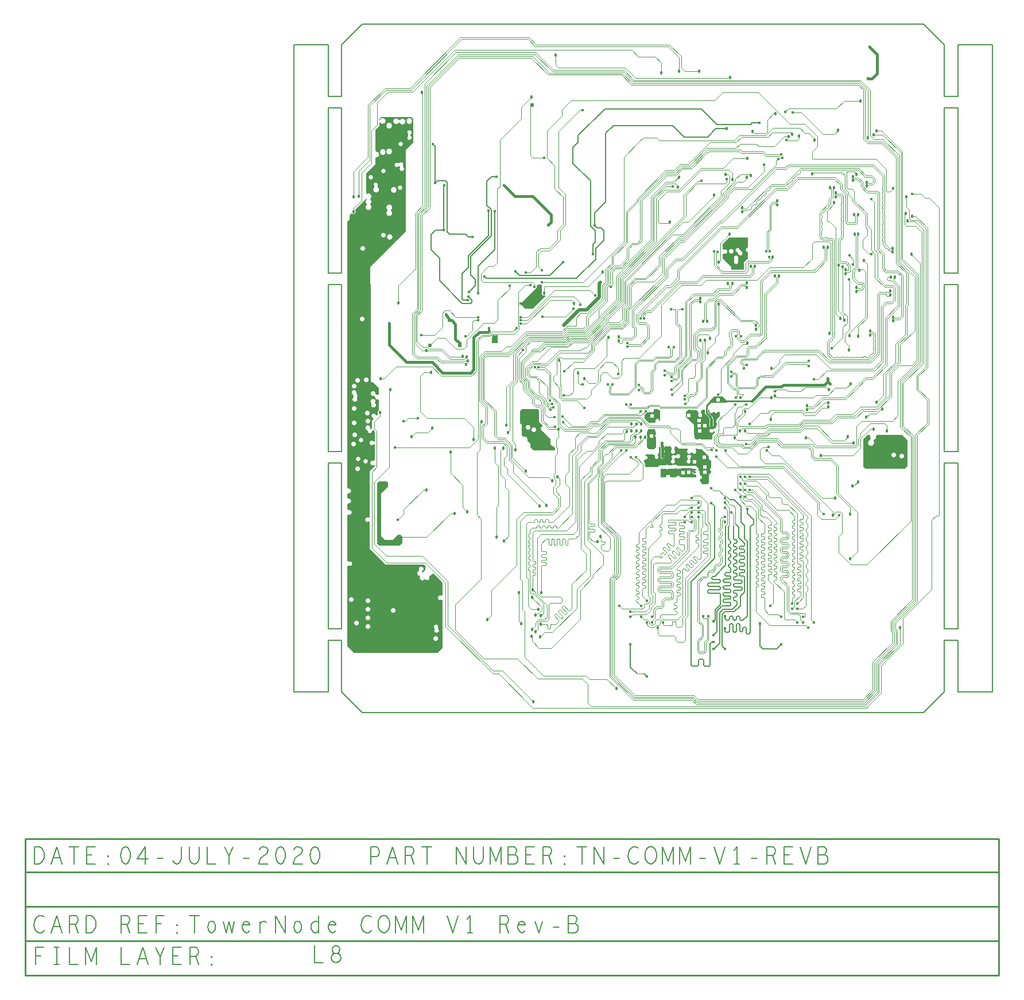
<source format=gbr>
G04 ================== begin FILE IDENTIFICATION RECORD ==================*
G04 Layout Name:  E:/CAD/CAD/FACEBOOK/COM V1/WORK/22-12-20/COM_V1_P2_21-12-2020_4.brd*
G04 Film Name:    COM_V1_P2-L8.gbr*
G04 File Format:  Gerber RS274X*
G04 File Origin:  Cadence Allegro 16.6-2015-S108*
G04 Origin Date:  Fri Dec 25 11:50:53 2020*
G04 *
G04 Layer:  DRAWING FORMAT/FILM_LABEL_OUTLINE*
G04 Layer:  VIA CLASS/L8_SIG*
G04 Layer:  PIN/L8_SIG*
G04 Layer:  ETCH/L8_SIG*
G04 Layer:  BOARD GEOMETRY/OUTLINE*
G04 Layer:  BOARD GEOMETRY/TOOLING_CORNERS*
G04 *
G04 Offset:    (0.000 0.000)*
G04 Mirror:    No*
G04 Mode:      Positive*
G04 Rotation:  0*
G04 FullContactRelief:  No*
G04 UndefLineWidth:     6.000*
G04 ================== end FILE IDENTIFICATION RECORD ====================*
%FSLAX55Y55*MOIN*%
%IR0*IPPOS*OFA0.00000B0.00000*MIA0B0*SFA1.00000B1.00000*%
%ADD10C,.022*%
%ADD14C,.015*%
%ADD11C,.024*%
%ADD13C,.016*%
%ADD12C,.018*%
%ADD15C,.004*%
%ADD16C,.005*%
%ADD17C,.0042*%
%ADD18C,.006*%
%ADD19C,.007*%
%ADD20C,.0035*%
%ADD21C,.0062*%
%ADD22C,.0045*%
%ADD23C,.003402*%
%ADD24C,.0047*%
%ADD25C,.004701*%
%ADD26C,.003449*%
%ADD27C,.01*%
%ADD28C,.02*%
%ADD29C,.012*%
%ADD30C,.013*%
%ADD33C,.032004*%
%ADD35C,.024004*%
%ADD32C,.034004*%
%ADD34C,.026004*%
%ADD31C,.028004*%
G75*
%LPD*%
G75*
G36*
G01X20429Y133148D02*
X21472Y134190D01*
X26214D01*
X26954Y133450D01*
Y131163D01*
X22851Y127060D01*
Y102709D01*
X25407Y100152D01*
X29645D01*
X32874Y103381D01*
X34018D01*
X35161Y102238D01*
Y98605D01*
X33580Y97024D01*
X21640D01*
X20429Y98235D01*
Y133148D01*
G37*
G36*
G01X7107Y34659D02*
X3407Y38359D01*
Y85006D01*
G02X4030Y85339I400J0D01*
G03Y87665I779J1163D01*
G02X3407Y87998I-223J332D01*
G01Y114587D01*
G02X3962Y114956I400J0D01*
G03Y117539I541J1292D01*
G02X3407Y117908I-155J369D01*
G01Y121052D01*
G02X3884Y121445I400J0D01*
G03Y124193I268J1374D01*
G02X3407Y124586I-77J393D01*
G01Y127010D01*
G02X3884Y127403I400J0D01*
G03Y130151I268J1374D01*
G02X3407Y130544I-77J393D01*
G01Y285302D01*
X4670Y286565D01*
Y288832D01*
X5847Y290009D01*
X5985Y289908D01*
G03X8035Y291718I824J1132D01*
G01X8010Y291763D01*
Y292172D01*
X14088Y298250D01*
Y298513D01*
G02X14426Y298658I200J0D01*
G03X14475Y298612I1174J1230D01*
G02Y298013I-265J-300D01*
G03Y295463I1125J-1275D01*
G02Y294863I-265J-300D01*
G03X16724I1125J-1275D01*
G02Y295463I265J300D01*
G03Y298013I-1125J1275D01*
G02Y298612I265J300D01*
G03X14699Y301330I-1125J1275D01*
G02X14088Y301669I-212J339D01*
G01Y313048D01*
X19637Y318598D01*
Y322067D01*
G02X20057Y322467I400J0D01*
G03Y325863I84J1698D01*
G02X19637Y326262I-20J400D01*
G01Y338513D01*
X21770Y340645D01*
Y342401D01*
G02X22480Y342654I400J0D01*
G03X22162Y344184I1319J1072D01*
G01X22122Y344038D01*
X21770D01*
Y344779D01*
X22926Y345935D01*
X40602D01*
X41630Y344907D01*
Y331136D01*
X40644Y330150D01*
X40594Y330136D01*
G03X39695Y329237I353J-1251D01*
G01X39681Y329187D01*
X37108Y326614D01*
Y279610D01*
X16489Y258991D01*
Y249112D01*
X16767Y248834D01*
Y193338D01*
X16783Y193322D01*
X16773Y193226D01*
G03X18318Y191682I1392J-153D01*
G01X18413Y191692D01*
X21700Y188405D01*
Y184901D01*
G02X21163Y184526I-400J0D01*
G03X20195Y184525I-483J-1314D01*
G02X19666Y184987I-138J375D01*
G03X18784Y183978I-1367J305D01*
G02X19313Y183516I138J-375D01*
G03X21163Y181897I1367J-305D01*
G02X21700Y181521I138J-376D01*
G01Y175680D01*
X21577Y175629D01*
G03X20910Y173614I534J-1294D01*
G01Y172825D01*
X20616Y172530D01*
G02X19944Y172719I-283J283D01*
G03X18255Y171030I-1361J-329D01*
G02X18444Y170358I-94J-389D01*
G01X17608Y169522D01*
Y164950D01*
G02X17004Y164605I-400J0D01*
G03X16783Y164709I-661J-1120D01*
G02X16528Y165169I135J376D01*
G03X14772Y164116I-1369J293D01*
G02X15057Y163674I-110J-384D01*
G03X17640Y163583I1286J-188D01*
G02X18322Y163896I399J30D01*
G01X19207Y163011D01*
Y157712D01*
G02X18502Y157452I-400J0D01*
G03Y155764I-989J-844D01*
G02X19207Y155504I304J-260D01*
G01Y146545D01*
G02X18611Y146196I-400J0D01*
G03Y143753I-684J-1222D01*
G02X19207Y143403I195J-349D01*
G01Y143056D01*
X16383Y140232D01*
Y113495D01*
G02X15763Y113161I-400J0D01*
G03Y110825I-772J-1168D01*
G02X16383Y110491I221J-334D01*
G01Y95101D01*
X25618Y85866D01*
X48071D01*
X48875Y85062D01*
G02X48857Y84480I-283J-283D01*
G03X48525Y82820I928J-1048D01*
G02X48158Y82246I-360J-175D01*
G03X46863Y81442I-28J-1400D01*
G02X46501I-181J85D01*
G03X46447Y81545I-1267J-596D01*
G02X46654Y82119I347J200D01*
G03X44952Y82732I-489J1312D01*
G02X44745Y82158I-347J-200D01*
G03X45192Y79446I489J-1312D01*
G02X45514Y78826I-12J-400D01*
G03X47901Y77365I1168J-773D01*
G02X48568Y77411I348J-197D01*
G03X50938Y78877I1114J849D01*
G02X51260Y79452I359J176D01*
G03X52500Y80561I-131J1394D01*
G02X53175Y80762I392J-81D01*
G01X58554Y75383D01*
Y68148D01*
G02X57931Y67816I-400J0D01*
G03Y65493I-782J-1161D01*
G02X58554Y65162I223J-332D01*
G01Y37742D01*
X55471Y34659D01*
X7107D01*
G37*
G36*
G01X87324Y214890D02*
Y218137D01*
X88057Y218869D01*
X90523D01*
Y214876D01*
X90138Y214491D01*
X87723D01*
X87324Y214890D01*
G37*
G36*
G01X111634Y152176D02*
X109497Y154313D01*
Y156313D01*
X107691Y158118D01*
X107757Y158248D01*
G03X105671Y160005I-1247J636D01*
G01X104698Y160978D01*
Y167306D01*
X103623Y168381D01*
Y175357D01*
X103768Y175502D01*
X103781D01*
X104622Y176343D01*
X113999D01*
X114639Y175703D01*
Y168776D01*
X116534Y166881D01*
Y166099D01*
X116404Y166051D01*
G03X116516Y163580I457J-1217D01*
G01X116567Y163566D01*
X121247Y158886D01*
Y156019D01*
X122690Y154576D01*
X123112D01*
X123242Y154446D01*
Y153892D01*
X124053Y153081D01*
Y152767D01*
X123461Y152176D01*
X111634D01*
G37*
G36*
G01X113823Y248667D02*
X116171D01*
G02X116454Y247984I0J-400D01*
G01X116289Y247820D01*
Y244273D01*
G03X118089Y242286I1200J-721D01*
G01X118129Y242305D01*
X118374D01*
Y241875D01*
X111159Y234660D01*
X106542D01*
X105121Y236081D01*
X105106Y236121D01*
G03X104050Y236923I-1169J-443D01*
G02X103687Y237321I36J398D01*
G01Y237970D01*
G02X104050Y238368I400J0D01*
G03X104368Y238440I-114J1245D01*
G01X104402Y238452D01*
X104721D01*
X112294Y246025D01*
X112339Y246040D01*
G03X113178Y247654I-405J1236D01*
G01X113169Y247682D01*
Y248013D01*
X113823Y248667D01*
G37*
G36*
G01X193303Y141673D02*
X193549D01*
X193999Y142123D01*
X194346Y141775D01*
X205213D01*
X205834Y141154D01*
Y140845D01*
G02X205527Y140676I-200J0D01*
G03X205293Y138359I-693J-1100D01*
G02X205834Y137985I141J-374D01*
G01Y136728D01*
X205581Y136476D01*
X197087D01*
X196827Y136735D01*
X196765Y136882D01*
G03X194369I-1198J-505D01*
G01X194304Y136728D01*
X190946D01*
X190931Y136962D01*
G03X188336I-1297J-86D01*
G01X188321Y136728D01*
X185404D01*
Y141673D01*
X188097D01*
G03X189970I936J902D01*
G01X191634D01*
G03X193250Y141633I833J998D01*
G01X193303Y141673D01*
G37*
G36*
G01X175616Y146631D02*
G02X176121Y147017I400J0D01*
G03X176518Y149373I313J1159D01*
G01X176443Y149378D01*
X176249Y149572D01*
X176523Y149846D01*
X180800D01*
X180906Y149741D01*
X181653D01*
G02X181972Y149099I0J-400D01*
G03X183494Y149434I957J-724D01*
G02X183400Y150070I188J353D01*
G01X184285Y150955D01*
Y154019D01*
X184724Y154457D01*
X185013Y154167D01*
X185028Y154124D01*
G03X185086Y153983I1229J426D01*
G01X185107Y153942D01*
Y152173D01*
X185086Y152132D01*
G03Y150997I1170J-567D01*
G01X185107Y150956D01*
Y149189D01*
X185086Y149148D01*
G03X187427Y149147I1170J-567D01*
G01X187407Y149189D01*
Y150956D01*
X187427Y150997D01*
G03Y152132I-1170J567D01*
G01X187407Y152173D01*
Y153942D01*
X187427Y153983D01*
G03X187553Y154446I-1170J567D01*
G01X187571Y154676D01*
X191118D01*
X191137Y154446D01*
G03X191706Y153472I1296J104D01*
G02Y152642I-280J-415D01*
G03X193160Y152643I728J-1078D01*
G02Y153472I280J415D01*
G03X193729Y154446I-728J1078D01*
G01X193747Y154676D01*
X194534D01*
X196034Y153176D01*
X199434D01*
X199634Y153376D01*
X200780D01*
G03X200891Y153199I1153J601D01*
G02X200824Y152530I-401J-298D01*
G03X202812Y150896I872J-965D01*
G02X203670I429J-257D01*
G03X205605Y152574I1115J668D01*
G02X205508Y153243I316J388D01*
G03X205577Y153356I-1076J731D01*
G03X205596Y153376I-850J852D01*
G01X206680D01*
G03X208687Y152994I1154J600D01*
G01X208862Y153147D01*
X213402Y148607D01*
X213278Y148435D01*
G03X214189Y146384I1056J-759D01*
G02X214634Y145886I-56J-497D01*
G01Y142390D01*
X214511Y142339D01*
G03Y140123I462J-1108D01*
G01X214634Y140072D01*
Y139476D01*
X213134Y137976D01*
Y133376D01*
X212234Y132476D01*
X209734D01*
X208837Y133372D01*
X208831Y133465D01*
Y133466D01*
G03X207995Y134591I-1297J-90D01*
G01X207834Y134652D01*
Y135033D01*
G02X208059Y135282I250J0D01*
G03Y137870I-126J1294D01*
G02X207834Y138118I24J249D01*
G01Y140326D01*
X207334Y140826D01*
Y141776D01*
X205834Y143276D01*
X194968D01*
X194434Y143810D01*
X193564D01*
X193530Y143776D01*
X193157D01*
X193100Y143807D01*
G03X191834Y143807I-633J-1136D01*
G01X191777Y143776D01*
X189537D01*
X189494Y143792D01*
G03X188574Y143792I-460J-1216D01*
G01X188531Y143776D01*
X184934D01*
X184332Y143174D01*
X183904D01*
Y142676D01*
X176434D01*
X176205Y142905D01*
Y144950D01*
X175616Y145538D01*
Y146631D01*
G37*
G36*
G01X224074Y180872D02*
Y180666D01*
X223496Y180088D01*
X223377Y180130D01*
G03X222079Y179793I-399J-1132D01*
G01X221077D01*
G03X219279I-899J-795D01*
G01X213540D01*
Y180692D01*
X214028Y181180D01*
Y181258D01*
X216366Y183596D01*
X217810D01*
X217857Y183569D01*
G03X219097I620J1068D01*
G01X219143Y183596D01*
X221351D01*
X224074Y180872D01*
G37*
G36*
G01X178636Y152803D02*
X177104Y154335D01*
Y158870D01*
G03Y160932I-792J1031D01*
G01Y162631D01*
G03X177709Y164001I-555J1064D01*
G02X178096Y164503I387J102D01*
G01X181723D01*
G02X182101Y163971I0J-400D01*
G03X182437Y162678I1133J-396D01*
G01Y161673D01*
G03Y159878I797J-897D01*
G01Y153860D01*
X181380Y152803D01*
X178636D01*
G37*
G36*
G01X206194Y158538D02*
G03X205160Y159176I-1060J-563D01*
G02X204768Y159575I9J400D01*
G01Y160841D01*
X204734Y160876D01*
Y166976D01*
X199834Y171876D01*
Y174678D01*
X200507Y175352D01*
X200831Y175675D01*
X206134D01*
G02X206534Y175276I0J-400D01*
G03X207210Y174196I1200J0D01*
G02X207335Y173571I-175J-360D01*
G03X208758Y173855I899J-795D01*
G02X208633Y174480I175J360D01*
G03X208906Y175532I-899J795D01*
G02X209297Y176017I391J85D01*
G01X210989D01*
Y173628D01*
X213777Y170840D01*
X213711Y170710D01*
G03X213584Y170185I1023J-525D01*
G01Y167020D01*
X213577Y166994D01*
G03X215891I1157J-318D01*
G01X215884Y167020D01*
Y170185D01*
G03X215634Y170901I-1150J0D01*
G01Y171529D01*
X212789Y174374D01*
Y176017D01*
X213314D01*
X213568Y175762D01*
X213504Y175634D01*
G03X215628Y174517I1074J-535D01*
G02X216328I350J-194D01*
G03X218482Y174631I1050J582D01*
G02X219134Y174758I368J-156D01*
G01X219734Y174158D01*
Y172267D01*
X217569Y170102D01*
Y167686D01*
X217578Y167677D01*
Y167512D01*
X217569Y167503D01*
Y165778D01*
G02X217196Y165379I-400J0D01*
G03X216163Y164628I81J-1197D01*
G02X215527Y164476I-371J149D01*
G03X215848Y163129I-793J-901D01*
G02X216484Y163281I371J-149D01*
G03X216697Y163131I793J900D01*
G02X216786Y162498I-194J-350D01*
G01X215081Y160793D01*
Y158538D01*
X211434D01*
X211398Y158552D01*
G03X210524I-437J-1118D01*
G01X210488Y158538D01*
X208935D01*
G03X206933I-1001J-663D01*
G01X206194D01*
G37*
G36*
G01X226353Y257414D02*
X226132Y257635D01*
Y259114D01*
X221216Y264031D01*
Y266306D01*
G02X221856Y266626I400J0D01*
G03Y268866I840J1120D01*
G02X221216Y269186I-240J320D01*
G01Y272157D01*
X225102Y276043D01*
X228665D01*
X228684Y275999D01*
X236009D01*
X235947Y270169D01*
X235777Y270144D01*
G03X235750Y267575I187J-1287D01*
G01X235919Y267547D01*
X235875Y263443D01*
X235199D01*
X233438Y261682D01*
Y257511D01*
X233341Y257414D01*
X226353D01*
G37*
G36*
G01X178713Y168276D02*
X175893Y171095D01*
Y172872D01*
X177104Y174083D01*
G03X177334Y174272I-639J1016D01*
G01X178272D01*
X178632Y174632D01*
G02X179206Y174623I283J-283D01*
G03X181213Y175843I875J822D01*
G02X181590Y176376I377J133D01*
G01X183686D01*
X184386Y175675D01*
X184834D01*
X185034Y175476D01*
Y169576D01*
X184732Y169274D01*
X184536Y169469D01*
X184532Y169545D01*
G03X182294Y168876I-1198J-69D01*
G02X181948Y168276I-346J-200D01*
G01X178713D01*
G37*
G36*
G01X304256Y141657D02*
X302817Y143096D01*
Y158717D01*
X305283Y161184D01*
X306556D01*
G02X306934Y160653I0J-400D01*
G03X307142Y159056I1701J-590D01*
G02X306924Y158449I-332J-224D01*
G03X308928Y157729I511J-1726D01*
G02X309146Y158336I332J224D01*
G03X310336Y160653I-511J1726D01*
G02X310714Y161184I378J131D01*
G01X325427D01*
X328510Y158100D01*
Y143096D01*
X327071Y141657D01*
X304256D01*
G37*
%LPC*%
G75*
G36*
G01X18959Y305093D02*
G03X18972Y305702I-253J310D01*
G02X20822Y305830I862J973D01*
G03X20918Y305228I304J-260D01*
G02X18959Y305093I-884J-1453D01*
G37*
G36*
G01X28686Y292140D02*
G03Y291511I247J-314D01*
G02X26582I-1052J-1336D01*
G03Y292140I-247J314D01*
G02X28686I1052J1336D01*
G37*
G36*
G01X6786Y184355D02*
G03X6666Y184606I-190J63D01*
G02X8450Y185388I488J1312D01*
G03X8553Y185130I185J-76D01*
G02X8821Y182920I-533J-1186D01*
G03X8782Y182647I123J-157D01*
G02X6854Y182993I-1141J-812D01*
G03X6912Y183263I-112J165D01*
G02X6786Y184355I1108J681D01*
G37*
G36*
G01X17360Y179424D02*
G03X17323Y179698I-161J118D01*
G02X19330Y179964I876J1092D01*
G03X19366Y179689I161J-118D01*
G02X17360Y179424I-876J-1092D01*
G37*
G36*
G01X56032Y49129D02*
G03X56101Y48622I339J-212D01*
G02X53966Y48332I-947J-1032D01*
G03X53897Y48838I-339J212D01*
G02X56032Y49129I947J1032D01*
G37*
G36*
G01X33880Y344156D02*
G02X33793Y342557I1454J-881D01*
G03X33088Y342595I-363J-169D01*
G02X33175Y344194I-1454J881D01*
G03X33880Y344156I363J169D01*
G37*
G36*
G01X39946Y335123D02*
G02X38722I-612J-1147D01*
G03Y335828I-188J353D01*
G02X39946I612J1147D01*
G03Y335123I188J-353D01*
G37*
G36*
G01X35599Y316993D02*
G02X33947Y316722I-665J-1117D01*
G03X33848Y317326I-304J260D01*
G02X33647Y317474I665J1117D01*
G03X33055Y317407I-266J-298D01*
G02X32861Y319131I-1060J753D01*
G03X33454Y319197I266J298D01*
G02X35500Y317597I1060J-753D01*
G03X35599Y316993I304J-260D01*
G37*
G36*
G01X202201Y146823D02*
G02X201009Y146963I-717J-963D01*
G03X201090Y147651I-158J367D01*
G02X202282Y147511I717J963D01*
G03X202201Y146823I158J-367D01*
G37*
G36*
G01X193143Y146662D02*
G02X191825Y146863I-809J-887D01*
G03X191925Y147520I-170J362D01*
G02X193525Y149309I809J887D01*
G03X194153Y149443I264J301D01*
G02X194433Y147962I1181J-543D01*
G03X193801Y147857I-277J-289D01*
G02X193243Y147320I-1067J550D01*
G03X193143Y146662I170J-362D01*
G37*
G36*
G01X231393Y268624D02*
G03X231735Y268231I400J3D01*
G02X230134Y266834I-201J-1386D01*
G03X229791Y267227I-400J-3D01*
G02X231393Y268624I201J1386D01*
G37*
G36*
G01X230132Y263302D02*
G03X230130Y262763I294J-271D01*
G02X228060Y262771I-1038J-939D01*
G03X228062Y263310I-294J271D01*
G02X230132Y263302I1038J939D01*
G37*
G54D33*
X27934Y276176D03*
G54D35*
X198334Y139276D03*
X201634Y139576D03*
X211034Y142676D03*
X210934Y139576D03*
X204784Y145595D03*
X210734Y148276D03*
X218434Y181776D03*
X180034Y160676D03*
X207873Y163504D03*
X201534Y172476D03*
X207634Y166776D03*
X211034Y166476D03*
X207634Y169776D03*
X180234Y172376D03*
G54D32*
X39234Y343476D03*
X27634Y325976D03*
X27630Y341101D03*
X23830Y325594D03*
X30234Y303776D03*
G54D34*
X13855Y146007D03*
X9632Y147394D03*
X11318Y158357D03*
X34334Y330396D03*
X33983Y304892D03*
X16834Y310976D03*
X24242Y314483D03*
G54D31*
X9241Y141692D03*
X54597Y43048D03*
X15270Y50022D03*
X5462Y65541D03*
X8493Y52078D03*
X15218Y54836D03*
X15167Y64875D03*
X15116Y59891D03*
X29944Y59282D03*
X15132Y169320D03*
X7018Y155933D03*
X14252Y193236D03*
X7572Y161235D03*
X11952Y228654D03*
X7100Y176528D03*
X7172Y168239D03*
X9081Y193010D03*
X14920Y174011D03*
X7205Y189508D03*
X24378Y277421D03*
X12276Y269556D03*
X108360Y165538D03*
X111520Y164357D03*
X226295Y267854D03*
X320640Y149657D03*
X325336Y149094D03*
%LPD*%
G75*
G54D10*
X51234Y213426D03*
G54D20*
G01X226177Y195437D02*
Y195718D01*
X226934Y196476D01*
X228586D01*
X228903Y196158D01*
Y189562D01*
X230139Y188326D01*
X239940D01*
X241328Y189714D01*
G01X226330Y197935D02*
Y197726D01*
X226680Y197376D01*
X228747D01*
X229653Y196470D01*
Y189872D01*
X230450Y189076D01*
X239629D01*
X240798Y190244D01*
G54D11*
X68446Y213340D03*
X23934Y337376D03*
X110677Y353068D03*
G54D30*
G01X85479Y221742D02*
X85727Y221990D01*
Y223372D01*
G54D21*
G01X177142Y20874D02*
X175492Y22524D01*
G01X171470D02*
X167722Y26273D01*
Y39703D01*
G01X227673Y108679D02*
Y103547D01*
X227678Y103543D01*
Y102292D01*
X227673Y102287D01*
Y100892D01*
X228244Y100321D01*
X228997D01*
X229568Y99750D01*
Y98942D01*
X228997Y98371D01*
X228139D01*
X227568Y97800D01*
Y96992D01*
X228139Y96421D01*
X228997D01*
X229568Y95850D01*
Y95042D01*
X228997Y94471D01*
X228139D01*
X227568Y93900D01*
Y93092D01*
X228139Y92521D01*
X228997D01*
X229568Y91950D01*
Y91142D01*
X228997Y90571D01*
X228139D01*
X227568Y90000D01*
Y89192D01*
X228139Y88621D01*
X228997D01*
X229568Y88050D01*
Y87242D01*
X228997Y86671D01*
X228139D01*
X227568Y86100D01*
Y85292D01*
X228139Y84721D01*
X228997D01*
X229568Y84150D01*
Y83342D01*
X228997Y82771D01*
X228139D01*
X227568Y82200D01*
Y81392D01*
X228139Y80821D01*
X228997D01*
X229568Y80250D01*
Y79442D01*
X228997Y78871D01*
X228139D01*
X227568Y78300D01*
Y77492D01*
X228139Y76921D01*
X231997D01*
X232568Y76350D01*
Y75542D01*
X231997Y74971D01*
X228139D01*
X227568Y74400D01*
Y73592D01*
X228139Y73021D01*
X231997D01*
X232568Y72450D01*
Y71642D01*
X231997Y71071D01*
X228139D01*
X227568Y70500D01*
Y69692D01*
X228139Y69121D01*
X228997D01*
X229568Y68550D01*
Y67742D01*
X228997Y67171D01*
X228139D01*
X227568Y66600D01*
Y65573D01*
X228068Y65073D01*
X229068D01*
X229568Y64573D01*
Y62723D01*
X226918Y60073D01*
X221568D01*
X219493Y57998D01*
Y40298D01*
X216268Y37073D01*
G01X222568Y49073D02*
Y47223D01*
X223218Y46573D01*
X224589D01*
X225239Y47223D01*
Y51002D01*
X225810Y51573D01*
X226618D01*
X227189Y51002D01*
Y47144D01*
X227760Y46573D01*
X228568D01*
X229139Y47144D01*
Y51002D01*
X229710Y51573D01*
X230518D01*
X231089Y51002D01*
Y47693D01*
X231709Y47073D01*
X232568D01*
X233068Y47573D01*
Y49073D01*
X233568Y49573D01*
X234568D01*
X235068Y49073D01*
Y46173D01*
X235568Y45673D01*
X236418D01*
X237377Y46632D01*
Y107882D01*
X239088Y109593D01*
Y112109D01*
X235685Y115512D01*
Y118301D01*
G01X222568Y56073D02*
X222568Y54573D01*
X223543Y53598D01*
X224668D01*
X225239Y54169D01*
Y55502D01*
X225810Y56073D01*
X226618D01*
X227189Y55502D01*
Y54169D01*
X227760Y53598D01*
X228568D01*
X229139Y54169D01*
Y55502D01*
X229710Y56073D01*
X230518D01*
X231089Y55502D01*
Y54144D01*
X231660Y53573D01*
X233068D01*
X235568Y56073D01*
Y99573D01*
X234068Y101073D01*
Y108573D01*
X231891Y110750D01*
Y119750D01*
X228068Y123573D01*
X225568D01*
G01X216068Y53073D02*
Y53135D01*
X216914Y53981D01*
Y59646D01*
X219945Y62678D01*
Y68851D01*
X219374Y69422D01*
X213139D01*
X212568Y69994D01*
Y70801D01*
X213139Y71372D01*
X219374D01*
X219945Y71944D01*
Y72751D01*
X219374Y73322D01*
X213139D01*
X212568Y73894D01*
Y74701D01*
X213139Y75272D01*
X219374D01*
X219945Y75844D01*
Y76651D01*
X219374Y77222D01*
X215639D01*
X215068Y77794D01*
Y78573D01*
X215568Y79073D01*
X216568D01*
X223064Y85569D01*
Y108569D01*
X223068Y108573D01*
G01X214624Y121694D02*
X216161Y120158D01*
X216568Y119750D01*
Y89573D01*
X203068Y76073D01*
Y27693D01*
X203688Y27073D01*
X206695D01*
X207315Y27693D01*
Y30528D01*
X207860Y31073D01*
X209631D01*
X210175Y30528D01*
Y27618D01*
X210720Y27073D01*
X213448D01*
X214068Y27693D01*
Y40073D01*
X215068Y41073D01*
X216068D01*
G01X222568Y37073D02*
X220943Y38698D01*
Y56948D01*
X222568Y58573D01*
X228068D01*
X231568Y62073D01*
Y67573D01*
X234068Y70073D01*
Y78624D01*
X233497Y79195D01*
X231639D01*
X231068Y79766D01*
Y80574D01*
X231639Y81145D01*
X233497D01*
X234068Y81716D01*
Y82524D01*
X233497Y83095D01*
X231639D01*
X231068Y83666D01*
Y84474D01*
X231639Y85045D01*
X233497D01*
X234068Y85616D01*
Y86424D01*
X233497Y86995D01*
X231639D01*
X231068Y87566D01*
Y88374D01*
X231639Y88945D01*
X233497D01*
X234068Y89516D01*
Y90324D01*
X233497Y90895D01*
X231639D01*
X231068Y91466D01*
Y92274D01*
X231639Y92845D01*
X233497D01*
X234068Y93416D01*
Y94224D01*
X233497Y94795D01*
X231639D01*
X231068Y95366D01*
Y96174D01*
X231639Y96745D01*
X233446D01*
X234017Y97316D01*
Y98124D01*
X230568Y101573D01*
Y107573D01*
X228818Y109322D01*
G01X216068Y45073D02*
X218043Y47048D01*
Y59048D01*
X220818Y61823D01*
X225318D01*
X226068Y62573D01*
Y63573D01*
X225568Y64073D01*
X222068D01*
X221568Y64573D01*
X221514D01*
Y65228D01*
X222085Y65800D01*
X225497D01*
X226068Y66371D01*
Y67178D01*
X225497Y67750D01*
X222085D01*
X221514Y68321D01*
Y69128D01*
X222085Y69700D01*
X225497D01*
X226068Y70271D01*
Y71078D01*
X225497Y71650D01*
X222085D01*
X221514Y72221D01*
Y73028D01*
X222085Y73600D01*
X225497D01*
X226068Y74171D01*
Y74978D01*
X225497Y75550D01*
X222085D01*
X221514Y76121D01*
Y76928D01*
X222085Y77500D01*
X225497D01*
X226068Y78071D01*
Y78878D01*
X225497Y79450D01*
X223085D01*
X222514Y80021D01*
Y80828D01*
X223085Y81400D01*
X225497D01*
X226068Y81971D01*
Y83778D01*
X225497Y84350D01*
X225085D01*
X224514Y84921D01*
Y85728D01*
X225085Y86300D01*
X225497D01*
X226068Y86871D01*
Y87678D01*
X225497Y88250D01*
X225085D01*
X224514Y88821D01*
Y89628D01*
X225085Y90200D01*
X225497D01*
X226068Y90771D01*
Y91578D01*
X225497Y92150D01*
X225085D01*
X224514Y92721D01*
Y93528D01*
X225085Y94100D01*
X225497D01*
X226068Y94671D01*
Y95478D01*
X225497Y96050D01*
X225085D01*
X224514Y96621D01*
Y97428D01*
X225085Y98000D01*
X225497D01*
X226068Y98571D01*
Y99378D01*
X224514Y100932D01*
Y108019D01*
X224923Y108429D01*
G01X242990Y51535D02*
Y38741D01*
X244710Y37020D01*
X252438D01*
X255174Y39756D01*
G54D12*
G01X27627Y226059D02*
Y213593D01*
X37592Y203628D01*
X52440D01*
X58709Y197359D01*
X74790D01*
X76590Y199159D01*
Y204605D01*
X76590Y216887D01*
X76590Y216888D01*
Y217837D01*
X79802Y221048D01*
X84784D01*
X85479Y221742D01*
G01X62409Y227926D02*
X62409Y228971D01*
X60479Y230901D01*
Y231143D01*
G01X68446Y213340D02*
Y214702D01*
X66034Y217114D01*
Y225726D01*
X63834Y227926D01*
X62409D01*
G01X94243Y306348D02*
X95869Y304722D01*
Y304640D01*
X100717Y299792D01*
X110890D01*
X121484Y289199D01*
Y284928D01*
X119857Y283302D01*
G01X282111Y194005D02*
Y192434D01*
G01D02*
X283607Y190938D01*
X111142Y6397D03*
X84434Y53963D03*
X65744Y115651D03*
X25457Y132563D03*
X34127Y102064D03*
X49143Y129356D03*
X107012Y140420D03*
X114874Y119925D03*
X8538Y68710D03*
X5455Y54956D03*
X5352Y60043D03*
X46981Y67494D03*
X57321Y57512D03*
X114266Y59808D03*
X112637Y46884D03*
X104349Y51484D03*
X102911Y69478D03*
X110476Y48193D03*
X110924Y71432D03*
X112629Y56567D03*
X110532Y66979D03*
X89796Y102074D03*
X110385Y44214D03*
X94290Y99551D03*
X72960Y116719D03*
X51989Y197474D03*
X76658Y158654D03*
X28323Y187558D03*
X111327Y174030D03*
X113460Y175315D03*
X96488Y162762D03*
X27627Y226059D03*
X73148Y204245D03*
X72094Y202208D03*
X70198Y206981D03*
X72582Y206711D03*
X49369Y210180D03*
X95589Y166872D03*
X88963Y153722D03*
X81119Y168821D03*
X22437Y194000D03*
X33028Y237799D03*
X94010Y153727D03*
X101073Y152712D03*
X22110Y174335D03*
X52448Y165249D03*
X40735Y160439D03*
X63130Y151174D03*
X7020Y299582D03*
X9985Y299791D03*
X110197Y357632D03*
X6314Y278549D03*
X8986Y280604D03*
X7856Y283585D03*
X11042Y279063D03*
X12275Y281427D03*
X8986Y277624D03*
X6109Y281530D03*
X10322Y282968D03*
X46447Y360389D03*
X6810Y291040D03*
X159654Y13844D03*
X125355Y137076D03*
X122150Y134593D03*
X150393Y102191D03*
X148483Y99202D03*
X115191Y44067D03*
X115543Y56173D03*
X115609Y51132D03*
X115805Y69666D03*
X118908Y120132D03*
X154930Y218073D03*
X125753Y164560D03*
X137194Y197170D03*
X224352Y249212D03*
X226990Y249160D03*
X208229Y238490D03*
Y240690D03*
X161000Y216088D03*
X160973Y218388D03*
X210945Y216444D03*
X141028Y194019D03*
X234178Y163641D03*
X232994Y258160D03*
X176830Y145490D03*
X231378Y163695D03*
X135075Y237720D03*
X219028Y261527D03*
X234178Y175099D03*
X214024Y217171D03*
X173909Y167549D03*
X168309Y163716D03*
X176312Y159901D03*
X208234Y216376D03*
X171109Y167549D03*
X173512Y159901D03*
X170712D03*
X173909Y163716D03*
X168309Y167549D03*
X171109Y163716D03*
X126386Y204492D03*
X165488Y163368D03*
X228134Y159676D03*
X212734Y208976D03*
X218997Y237361D03*
X212146Y227214D03*
X209757Y227266D03*
X117490Y243552D03*
X151438Y256018D03*
X223428Y339247D03*
X222913Y312715D03*
X207545Y372531D03*
X196063Y372532D03*
X216213Y300781D03*
X232496Y293406D03*
Y290976D03*
X225312Y277951D03*
X195135Y305298D03*
X195921Y311114D03*
X190617Y284945D03*
X227078Y309716D03*
X185540Y371576D03*
X124259Y382014D03*
X225423Y369072D03*
X295109Y115319D03*
X286633Y124740D03*
X285230Y114620D03*
X295174Y89275D03*
X242990Y51535D03*
X324148Y49364D03*
X296719Y131600D03*
X299759Y133949D03*
X318683Y242767D03*
X282546Y177607D03*
X249231Y170291D03*
X283607Y190938D03*
X282111Y194005D03*
X298831Y246951D03*
Y244751D03*
X303192Y262520D03*
X299877Y218608D03*
X297274Y156658D03*
X237628Y259367D03*
X239928D03*
X321342Y253061D03*
X270406Y175887D03*
X318824Y253061D03*
X270406Y178187D03*
X326841Y155853D03*
X307724Y152499D03*
X303574Y155904D03*
X295006Y219078D03*
X300684Y256897D03*
X269600Y159486D03*
X289431Y229064D03*
X310669Y180426D03*
X308818Y164512D03*
X278134Y149176D03*
X240492Y225000D03*
X240544Y222585D03*
X283213Y220447D03*
X288591Y259846D03*
X291846Y227831D03*
X294062Y160280D03*
X249651Y200103D03*
X283034Y187506D03*
X295490Y191029D03*
X251634Y184076D03*
X251705Y253467D03*
X254005D03*
X282577Y179909D03*
X235322Y247049D03*
X235219Y249618D03*
X235576Y214549D03*
X318683Y245078D03*
X316511Y163725D03*
X249534Y182855D03*
X290962Y258927D03*
X304698Y171474D03*
X313938Y176165D03*
X292731Y257234D03*
Y255034D03*
X307013Y219145D03*
Y221456D03*
X320393Y229770D03*
Y227570D03*
X294558Y210552D03*
X237580Y311934D03*
X279971Y270262D03*
X282171D03*
X235547Y322036D03*
X235094Y311037D03*
X265568Y335088D03*
X297790Y277810D03*
X299990D03*
X304838Y305888D03*
X297743Y289325D03*
X304838Y308088D03*
X250333Y264484D03*
X299943Y289325D03*
X319786Y267489D03*
Y269689D03*
X330815Y266255D03*
X308803Y335587D03*
X305669Y334046D03*
X261708Y336024D03*
X305651Y368426D03*
X274484Y332699D03*
X310704Y337951D03*
X252002Y347844D03*
X301163Y355324D03*
X238469Y337502D03*
X286070Y296297D03*
X298996Y312768D03*
X288344Y338153D03*
X259461Y334484D03*
X327537Y289875D03*
X331290Y288266D03*
X327830Y299733D03*
X328542Y285640D03*
X273161Y312826D03*
X287050Y299613D03*
Y301813D03*
X285878Y305116D03*
X283678D03*
X296806Y309192D03*
Y311392D03*
X253042Y297278D03*
X252880Y294872D03*
X306515Y386539D03*
G54D22*
G01X180292Y52374D02*
X180293Y52374D01*
Y53298D01*
X181818Y54823D01*
Y59351D01*
X183090Y60623D01*
X185961D01*
X187018Y61680D01*
Y64680D01*
X187911Y65573D01*
X191411D01*
X192518Y66680D01*
Y69712D01*
X191434Y70796D01*
X185045D01*
X184518Y71323D01*
Y72069D01*
X185045Y72596D01*
X191434D01*
X192518Y73680D01*
Y75212D01*
X191434Y76296D01*
X185045D01*
X184518Y76823D01*
Y77569D01*
X185045Y78096D01*
X191434D01*
X192518Y79180D01*
Y80712D01*
X191434Y81796D01*
X185045D01*
X184518Y82323D01*
Y83069D01*
X185045Y83596D01*
X191434D01*
X201458Y93620D01*
Y93648D01*
X201669Y93859D01*
Y104331D01*
X202461Y105123D01*
X204461D01*
X205594Y106256D01*
Y112047D01*
X204063Y113579D01*
X203219D01*
G01X210068Y56073D02*
X209668Y55673D01*
Y54923D01*
X210118Y54473D01*
X210795D01*
X211113Y54791D01*
X211750D01*
X212118Y54423D01*
Y42466D01*
X210699Y41048D01*
Y36304D01*
X209768Y35374D01*
X208311D01*
X207396Y36288D01*
Y41451D01*
X210068Y44123D01*
Y50916D01*
X207624Y53360D01*
Y75780D01*
X209968Y78123D01*
X211961D01*
X213068Y79230D01*
Y80673D01*
X214018Y81623D01*
X215461D01*
X217068Y83230D01*
Y84730D01*
X217612Y85274D01*
X219112D01*
X221018Y87180D01*
Y90466D01*
X220018Y91466D01*
Y92679D01*
X221018Y93680D01*
Y95623D01*
X220058Y96583D01*
Y97219D01*
X221018Y98180D01*
Y100123D01*
X220018Y101123D01*
Y101949D01*
X221018Y102949D01*
Y104675D01*
X220018Y105675D01*
Y106523D01*
X220873Y107379D01*
Y111579D01*
X221348Y112054D01*
X222136D01*
X222424Y111766D01*
Y110680D01*
G01X180292Y55524D02*
X180293D01*
X180888Y56119D01*
Y59736D01*
X182704Y61553D01*
X183511D01*
X183531Y61573D01*
X185568D01*
X186068Y62073D01*
Y65073D01*
X187518Y66523D01*
X191018D01*
X191568Y67073D01*
Y69319D01*
X191041Y69846D01*
X184652D01*
X183568Y70930D01*
Y72462D01*
X184652Y73546D01*
X191041D01*
X191568Y74073D01*
Y74819D01*
X191041Y75346D01*
X184652D01*
X183568Y76430D01*
Y77962D01*
X184652Y79046D01*
X191041D01*
X191568Y79573D01*
Y80319D01*
X191041Y80846D01*
X184652D01*
X183568Y81930D01*
Y83462D01*
X184652Y84546D01*
X191041D01*
X200739Y94244D01*
Y104744D01*
X202068Y106073D01*
X204068D01*
X204644Y106650D01*
Y111654D01*
X204194Y112104D01*
X202579D01*
X201794Y112889D01*
Y114854D01*
X202136Y115195D01*
Y115196D01*
X203220Y116279D01*
G01X213068Y56073D02*
Y54468D01*
X213048Y54448D01*
Y42081D01*
X211629Y40662D01*
Y35919D01*
X210154Y34444D01*
X207925D01*
X206466Y35903D01*
Y41837D01*
X209138Y44508D01*
Y50531D01*
X206694Y52975D01*
Y76165D01*
X209582Y79053D01*
X211576D01*
X212118Y79595D01*
Y81066D01*
X213624Y82573D01*
X215068D01*
X216118Y83623D01*
Y85123D01*
X217218Y86224D01*
X218718D01*
X220068Y87573D01*
Y90073D01*
X219068Y91073D01*
Y93073D01*
X220068Y94073D01*
Y95230D01*
X219108Y96190D01*
Y97613D01*
X220068Y98573D01*
Y99730D01*
X219068Y100730D01*
Y102343D01*
X220068Y103343D01*
Y104282D01*
X219068Y105282D01*
Y106916D01*
X219923Y107772D01*
Y112429D01*
X220974Y113479D01*
X222424D01*
G01X267792Y52374D02*
X266168Y53999D01*
Y56156D01*
X265274Y57049D01*
X265191D01*
X265117Y57123D01*
X260703D01*
X258618Y59208D01*
Y73047D01*
X254568Y77097D01*
Y78629D01*
X255652Y79713D01*
X258091D01*
X258618Y80240D01*
Y80986D01*
X258091Y81513D01*
X255652D01*
X254568Y82597D01*
Y84129D01*
X255652Y85213D01*
X258091D01*
X258618Y85740D01*
Y86486D01*
X258091Y87013D01*
X255652D01*
X254568Y88097D01*
Y89629D01*
X255652Y90713D01*
X258091D01*
X258618Y91240D01*
Y91986D01*
X258091Y92513D01*
X255652D01*
X254568Y93597D01*
Y95129D01*
X255652Y96213D01*
X258091D01*
X258618Y96740D01*
Y97486D01*
X258091Y98013D01*
X255652D01*
X254568Y99097D01*
Y100629D01*
X255652Y101713D01*
X258091D01*
X258618Y102240D01*
Y103523D01*
X258068Y104073D01*
X255752D01*
X254502Y105323D01*
Y112295D01*
X239006Y127791D01*
X235651D01*
X235147Y128295D01*
X234225Y129217D01*
G01X267792Y55524D02*
X268850D01*
X269300Y55974D01*
Y57123D01*
X268850Y57573D01*
X266066D01*
X265660Y57979D01*
X265576D01*
X265482Y58073D01*
X265423D01*
X265403Y58053D01*
X261088D01*
X259568Y59573D01*
Y73440D01*
X255518Y77490D01*
Y78236D01*
X256045Y78763D01*
X258484D01*
X259568Y79847D01*
Y81379D01*
X258484Y82463D01*
X256045D01*
X255518Y82990D01*
Y83736D01*
X256045Y84263D01*
X258484D01*
X259568Y85347D01*
Y86879D01*
X258484Y87963D01*
X256045D01*
X255518Y88490D01*
Y89236D01*
X256045Y89763D01*
X258484D01*
X259568Y90847D01*
Y92379D01*
X258484Y93463D01*
X256045D01*
X255518Y93990D01*
Y94736D01*
X256045Y95263D01*
X258484D01*
X259568Y96347D01*
Y97879D01*
X258484Y98963D01*
X256045D01*
X255518Y99490D01*
Y100236D01*
X256045Y100763D01*
X258484D01*
X259568Y101847D01*
Y104073D01*
X258568Y105073D01*
X256068D01*
X255432Y105708D01*
Y112680D01*
X255248Y112865D01*
Y112893D01*
X238924Y129216D01*
X237024Y129216D01*
G54D13*
X32636Y111837D03*
X73834Y244176D03*
X82858Y253290D03*
X100839Y256158D03*
X71760Y218581D03*
X73534Y241676D03*
X73172Y239519D03*
X89834Y218476D03*
X88134D03*
Y216876D03*
Y215276D03*
X89734D03*
Y216876D03*
X46401Y219353D03*
X111934Y247276D03*
X109734Y248176D03*
X30970Y153924D03*
X60479Y231143D03*
X62409Y227926D03*
X114654Y247624D03*
X113762Y245612D03*
X114334Y200676D03*
X112134Y200526D03*
X106834Y255676D03*
X105244Y210490D03*
X44310Y170829D03*
X36040Y169162D03*
X89919Y311161D03*
X88769Y291190D03*
X59509Y306184D03*
X59312Y280449D03*
X85134Y291476D03*
X52898Y330378D03*
X54351Y307759D03*
X75768Y276134D03*
X94243Y306348D03*
X177142Y20874D03*
X183442Y49224D03*
X203220Y124679D03*
X226323Y116279D03*
X216068Y37073D03*
X186134Y139776D03*
X204834Y139576D03*
X195520Y139625D03*
X192534Y139676D03*
X231424Y133117D03*
X231425Y125317D03*
X231424Y137024D03*
X161392Y61824D03*
X203219Y119079D03*
X231425Y129217D03*
X173992Y55524D03*
X207120Y113479D03*
X222568Y49073D03*
X180292Y52374D03*
X203219Y113579D03*
X222568Y56073D03*
X214624Y130279D03*
X177142Y64974D03*
X207120Y121880D03*
X210068Y56073D03*
X222424Y110680D03*
X216068Y53073D03*
X222424Y119079D03*
X177142Y52374D03*
X207120Y116279D03*
X173992Y61824D03*
X207120Y119079D03*
X234244Y125317D03*
X234225Y129217D03*
X216068Y41073D03*
X214624Y121694D03*
X180292Y55524D03*
X203220Y116279D03*
X228625Y129217D03*
X186592Y52374D03*
X199320Y113579D03*
X167692Y58673D03*
X203219Y110679D03*
X211034Y133576D03*
X167722Y39703D03*
X167692Y55524D03*
X199320Y110680D03*
X234224Y137017D03*
X222568Y37073D03*
X222424Y124679D03*
X234224Y133117D03*
X213068Y56073D03*
X222424Y113479D03*
X216068Y45073D03*
X222424Y121879D03*
X123031Y177370D03*
X128634Y261676D03*
X122363Y179374D03*
X128953Y184150D03*
X226177Y195437D03*
X226330Y197935D03*
X140975Y177055D03*
X231934Y218676D03*
X168064Y178998D03*
X228834Y218776D03*
X165264Y178998D03*
X123822Y166084D03*
X121181Y175828D03*
X120872Y181121D03*
X214734Y166676D03*
X129354Y198220D03*
X139753Y190528D03*
X120654Y153013D03*
X123306Y153169D03*
X157258Y190576D03*
X189845Y212428D03*
X154458Y190576D03*
X193054Y212312D03*
X165937Y214600D03*
X187736Y198770D03*
X187518Y195918D03*
X234836Y156073D03*
X191571Y192520D03*
X191699Y194836D03*
X228578Y178999D03*
X165911Y212454D03*
X197879Y234130D03*
X172565Y187437D03*
X191150Y234129D03*
X172565Y190237D03*
X179834Y163276D03*
X180034Y157776D03*
X180334Y154676D03*
X173453Y228828D03*
X175703Y228802D03*
X222978Y152291D03*
X217467Y148472D03*
X199434Y179276D03*
X160508Y196729D03*
X217378Y167594D03*
X150149Y249885D03*
X202034Y175176D03*
X208234Y160476D03*
X211234Y163276D03*
X214578Y159795D03*
X128934Y224976D03*
X134664Y234557D03*
X116646Y229856D03*
X123530Y171584D03*
X173664Y175099D03*
X128334Y172076D03*
X227339Y259313D03*
X176464Y175099D03*
X128434Y168576D03*
X116334Y250076D03*
X191769Y184637D03*
X191567Y187476D03*
X199234Y184076D03*
X199273Y181837D03*
X156237Y247296D03*
X147217Y242282D03*
X116334Y256876D03*
X217567Y152372D03*
X214934Y152576D03*
X186257Y148580D03*
Y154550D03*
Y151564D03*
X186034Y156776D03*
X229034Y182976D03*
X138728Y236864D03*
X231634Y182876D03*
X218477Y184637D03*
X177059Y172460D03*
X183127Y172694D03*
X180029Y169474D03*
X233434Y199876D03*
X171052Y148447D03*
X162165Y152344D03*
X165217Y152292D03*
X168064Y148391D03*
X146914Y283089D03*
X145834Y266205D03*
X208989Y308839D03*
X216084Y267849D03*
X192164Y305680D03*
X119857Y283302D03*
X223694Y310096D03*
X218183Y267771D03*
X139991Y350065D03*
X117497Y322136D03*
X264642Y52374D03*
X270943Y49224D03*
X261493Y60249D03*
X274092Y52374D03*
X235685Y118301D03*
X264642Y60249D03*
X237024Y137024D03*
X280058Y115293D03*
X248892Y61824D03*
X267792Y52374D03*
X288924Y114620D03*
X255193Y55524D03*
X264642Y63399D03*
X267792Y55524D03*
X237024Y129216D03*
X261493Y63399D03*
X255174Y39756D03*
X235317Y202004D03*
X271134Y201341D03*
Y204330D03*
X246884Y152326D03*
X247934Y154376D03*
X235034Y178826D03*
X251634Y186576D03*
X274234Y193511D03*
X236978Y167595D03*
X284532Y211567D03*
X296901Y260224D03*
X294635Y251772D03*
X242659Y342650D03*
X245345Y318263D03*
X258104Y332775D03*
X253450Y321601D03*
X255937Y322237D03*
X255303Y324193D03*
X257536Y349032D03*
X248183Y264743D03*
X262072Y348514D03*
X320404Y304604D03*
X307743Y298121D03*
X307442Y266148D03*
X246425Y268058D03*
X248425D03*
X331119Y301171D03*
X294803Y265461D03*
G54D23*
G01X144751Y210595D02*
Y210594D01*
X144627Y210470D01*
G01X171052Y148447D02*
X175034Y144465D01*
Y136420D01*
X173282Y134668D01*
X153789D01*
X152664Y133543D01*
Y111043D01*
X161919Y101788D01*
G01X158184D02*
X150443Y109529D01*
Y136895D01*
X150796Y137247D01*
Y140479D01*
X158266Y147950D01*
Y148445D01*
X162165Y152344D01*
G01X159457Y101788D02*
X151183Y110062D01*
Y136588D01*
X151536Y136940D01*
Y139400D01*
X162579Y150444D01*
X163368D01*
X165217Y152292D01*
G01X168064Y148391D02*
X169608Y146847D01*
X170446D01*
X172234Y145058D01*
Y143923D01*
X166833Y138522D01*
X153662D01*
X152276Y137137D01*
Y136634D01*
X151924Y136281D01*
Y110510D01*
X160646Y101788D01*
G01X241328Y189714D02*
X241548Y189934D01*
Y189941D01*
X241600Y189992D01*
Y189999D01*
X241714Y190113D01*
Y193571D01*
X243082Y194940D01*
X245607D01*
X245736Y194810D01*
X245779D01*
G01X240798Y190244D02*
X240973Y190420D01*
Y193878D01*
X242775Y195680D01*
X245607D01*
X245736Y195810D01*
X245779D01*
G01X145651Y210595D02*
Y210221D01*
X144627Y209197D01*
G01X223121Y210595D02*
X222377Y209850D01*
Y208181D01*
X222197Y208001D01*
G01X179576Y178768D02*
X179521D01*
X179491Y178738D01*
X179258D01*
X179228Y178708D01*
X178496D01*
X177076Y177288D01*
X167715D01*
X167374Y177628D01*
Y178309D01*
X168064Y178998D01*
G01X224086Y210145D02*
X223117Y209176D01*
Y207789D01*
G01X179576Y177968D02*
X178802D01*
X177382Y176548D01*
X167408D01*
X166634Y177322D01*
Y177628D01*
X165264Y178998D01*
G01X144627Y207924D02*
X146551Y209849D01*
Y210595D01*
G01X190917D02*
Y210510D01*
X191022Y210405D01*
Y207632D01*
X189948Y206557D01*
X182170D01*
X180494Y204882D01*
X172478D01*
X170195Y202599D01*
Y189187D01*
X166313Y185305D01*
X166145D01*
X166126Y185287D01*
X164991D01*
X164973Y185305D01*
X156666D01*
X155864Y186108D01*
Y187243D01*
X156228Y187608D01*
Y189546D01*
X157258Y190576D01*
G01X191867Y210595D02*
Y210510D01*
X191762Y210405D01*
Y207325D01*
X190254Y205817D01*
X182476D01*
X180801Y204142D01*
X172785D01*
X170935Y202292D01*
Y188880D01*
X166619Y184565D01*
X166452D01*
X166433Y184547D01*
X164684D01*
X164666Y184565D01*
X156360D01*
X155123Y185801D01*
Y187550D01*
X155488Y187914D01*
Y189546D01*
X154458Y190576D01*
G01X187736Y198770D02*
X188712Y197794D01*
X189650D01*
X190299Y197145D01*
X192684D01*
X193373Y197834D01*
Y201049D01*
X199550Y207226D01*
Y210174D01*
X199456Y210259D01*
X199445Y210509D01*
X199414Y210540D01*
Y210595D01*
G01X187518Y195918D02*
X188653Y197053D01*
X189343D01*
X189992Y196405D01*
X192990D01*
X194113Y197528D01*
Y200742D01*
X200291Y206919D01*
Y210209D01*
X200376Y210302D01*
X200364Y210552D01*
Y210595D01*
G01X202999D02*
Y210510D01*
X202894Y210405D01*
Y206742D01*
X195895Y199743D01*
Y194737D01*
X194466Y193309D01*
X192359D01*
X191571Y192520D01*
G01X202049Y210595D02*
Y210510D01*
X202154Y210405D01*
Y207049D01*
X195155Y200050D01*
Y195044D01*
X194160Y194049D01*
X192486D01*
X191699Y194836D01*
G01X197209Y210595D02*
Y210510D01*
X197104Y210405D01*
Y206898D01*
X193914Y203707D01*
X184036D01*
X182312Y201983D01*
Y199374D01*
X180481Y197544D01*
Y186921D01*
X178761Y185201D01*
X175716D01*
X174354Y186563D01*
Y188126D01*
X174014Y188466D01*
X173595D01*
X172565Y187437D01*
G01X196259Y210595D02*
Y210510D01*
X196364Y210405D01*
Y207204D01*
X193607Y204448D01*
X183729D01*
X181571Y202290D01*
Y199681D01*
X179741Y197850D01*
Y187228D01*
X178454Y185941D01*
X176023D01*
X175094Y186869D01*
Y188433D01*
X174321Y189207D01*
X173595D01*
X172565Y190237D01*
G01X199434Y179276D02*
X201232Y181074D01*
Y182476D01*
X202869Y184113D01*
X204443D01*
X206487Y186157D01*
Y191565D01*
X209258Y194337D01*
Y203122D01*
X210945Y204809D01*
Y210595D01*
G01X148760Y199115D02*
Y192809D01*
X147116Y191165D01*
X144627D01*
G01Y169354D02*
X148198D01*
X152150Y173305D01*
X171870D01*
X173664Y175099D01*
G01X144627Y168081D02*
X144985Y168439D01*
X148402D01*
X152527Y172565D01*
X172177D01*
X172196Y172584D01*
X173950D01*
X176464Y175099D01*
G01X207434Y209512D02*
X206351Y210595D01*
G01X206534Y209089D02*
X205029Y210595D01*
G01X208545Y205524D02*
Y210595D01*
G01X199273Y181837D02*
X199325D01*
X202341Y184853D01*
X204136D01*
X205747Y186463D01*
Y191872D01*
X208444Y194569D01*
Y204285D01*
X209522Y205363D01*
Y210595D01*
G01X235395D02*
X235372Y210571D01*
Y208152D01*
X234523Y207303D01*
X229322D01*
X223923Y201905D01*
Y191241D01*
X227603Y187562D01*
X228685D01*
X229623Y186624D01*
Y183565D01*
X229034Y182976D01*
G01X236395Y210595D02*
Y210552D01*
X236136Y210293D01*
Y207870D01*
X234830Y206563D01*
X229629D01*
X224664Y201598D01*
Y191548D01*
X227910Y188302D01*
X228992D01*
X230364Y186931D01*
Y185602D01*
X230897Y185068D01*
X233040D01*
X233281Y184828D01*
Y184523D01*
X231634Y182876D01*
G01X245779Y144626D02*
X242776Y147628D01*
Y152699D01*
X244132Y154055D01*
X245458D01*
X245779Y154376D01*
G54D14*
G01X238112Y180932D02*
X246373Y189193D01*
X255321D01*
X256546Y190418D01*
X280095D01*
X282111Y192434D01*
G01X214734Y170185D02*
Y166676D01*
G01X186257Y151564D02*
Y154550D01*
G01Y148580D02*
Y151564D01*
G01Y154550D02*
X186034Y154773D01*
Y156776D01*
G01X305651Y368426D02*
X308063D01*
X310816Y371179D01*
Y382238D01*
X306515Y386539D01*
X79331Y243550D03*
Y227805D03*
Y229774D03*
X97537Y247978D03*
X85727Y223372D03*
X103937Y237646D03*
Y225837D03*
Y229774D03*
X101471Y223372D03*
X103937Y227805D03*
G54D24*
G01X279971Y270262D02*
X280601Y269633D01*
Y263264D01*
X274893Y257556D01*
Y257533D01*
X274423Y257063D01*
X249261D01*
X243161Y250964D01*
Y220436D01*
X242641Y219916D01*
X237132D01*
X233514Y216298D01*
X231866D01*
X230999Y217165D01*
Y217741D01*
X231934Y218676D01*
G01D02*
X230884Y219726D01*
Y221659D01*
X229990Y222552D01*
X226637D01*
X224980Y220896D01*
Y218427D01*
X226033Y217374D01*
Y213507D01*
X223121Y210595D01*
G01X282171Y270262D02*
X281551Y269642D01*
Y262800D01*
X275867Y257116D01*
X275819D01*
X274816Y256113D01*
X249654D01*
X244111Y250570D01*
Y220042D01*
X242985Y218916D01*
X237476D01*
X233908Y215348D01*
X231472D01*
X229884Y216936D01*
Y217726D01*
X228834Y218776D01*
G01D02*
X229884Y219826D01*
Y221244D01*
X229526Y221602D01*
X227101D01*
X226118Y220619D01*
Y218704D01*
X226983Y217839D01*
Y213042D01*
X224535Y210595D01*
G01X189845Y212428D02*
X190934Y211257D01*
X190917Y210788D01*
Y210595D01*
G01X193054Y212312D02*
X191884Y211223D01*
X191867Y210771D01*
Y210595D01*
G01X199414D02*
Y238635D01*
X204160Y243381D01*
X215472D01*
X218332Y246241D01*
X224441D01*
X225141Y246942D01*
Y248423D01*
X224352Y249212D01*
G01X200364Y210595D02*
Y238171D01*
X204574Y242381D01*
X215886D01*
X218747Y245241D01*
X224855D01*
X226141Y246527D01*
Y246606D01*
X226142Y246606D01*
Y248312D01*
X226990Y249160D01*
G01X208229Y238490D02*
X207695Y239024D01*
X205063D01*
X202999Y236960D01*
Y210595D01*
G01X208229Y240690D02*
X207615Y240076D01*
X204772D01*
X202049Y237353D01*
Y210595D01*
G01X197879Y234130D02*
X195459D01*
X194989Y233660D01*
Y226022D01*
X197209Y223802D01*
Y210595D01*
G01X191150Y234129D02*
X193569D01*
X194039Y233659D01*
Y225628D01*
X196259Y223408D01*
Y210595D01*
G01X237628Y259367D02*
X238278Y258717D01*
Y255418D01*
X236894Y254035D01*
X209635D01*
X205824Y250224D01*
X195866D01*
X179266Y233623D01*
X176759D01*
X174027Y230891D01*
Y229402D01*
X173453Y228828D01*
G01X239928Y259367D02*
X239278Y258717D01*
Y255004D01*
X237309Y253035D01*
X210049D01*
X206238Y249224D01*
X196210D01*
X179609Y232623D01*
X177173D01*
X175027Y230477D01*
Y229478D01*
X175703Y228802D01*
G01X212146Y227214D02*
X211427Y227934D01*
Y237324D01*
X213482Y239379D01*
X216144D01*
X219437Y242673D01*
X227092D01*
X232253Y247834D01*
X234537D01*
X235322Y247049D01*
G01X209757Y227266D02*
X210477Y227986D01*
Y237718D01*
X213088Y240329D01*
X215693D01*
X219037Y243673D01*
X226480D01*
X231591Y248784D01*
X234384D01*
X235219Y249618D01*
G01X304838Y305888D02*
X305438Y306488D01*
X308087D01*
X309544Y307946D01*
Y310328D01*
X307867Y312006D01*
X304350D01*
X300177Y316179D01*
X266520D01*
X257294Y306953D01*
X249442D01*
X235055Y292566D01*
X233336D01*
X232496Y293406D01*
G01X304838Y308088D02*
X305438Y307488D01*
X307744D01*
X308594Y308339D01*
Y309935D01*
X307474Y311056D01*
X303957D01*
X299834Y315179D01*
X266934D01*
X266324Y314568D01*
Y313738D01*
X265113Y312527D01*
X264283D01*
X263651Y311896D01*
Y311242D01*
X262948Y310539D01*
X262294D01*
X261465Y309709D01*
Y309005D01*
X260811Y308352D01*
X260108D01*
X260107Y308352D01*
X257708Y305953D01*
X249857D01*
X248730Y304826D01*
Y303995D01*
X248032Y303297D01*
X247201D01*
X246250Y302346D01*
Y301381D01*
X245451Y300582D01*
X244486D01*
X243687Y299783D01*
Y298700D01*
X242846Y297859D01*
X241763D01*
X240812Y296908D01*
Y295735D01*
X239957Y294881D01*
X238785D01*
X237806Y293902D01*
Y292920D01*
X237261Y292375D01*
X236279D01*
X235470Y291566D01*
X233086D01*
X232496Y290976D01*
G01X297790Y277810D02*
X298486Y277113D01*
Y258598D01*
X296705Y256817D01*
Y252078D01*
X299704Y249080D01*
X301638D01*
X302108Y248610D01*
Y247146D01*
X301313Y246351D01*
X299431D01*
X298831Y246951D01*
G01X299990Y277810D02*
X299486Y277306D01*
Y258184D01*
X297655Y256352D01*
Y252543D01*
X300118Y250080D01*
X302052D01*
X303108Y249024D01*
Y246732D01*
X301727Y245351D01*
X299431D01*
X298831Y244751D01*
G01X246425Y268058D02*
X246970Y268603D01*
Y279248D01*
X248446Y280724D01*
Y294652D01*
X250318Y296524D01*
X252288D01*
X253042Y297278D01*
G01X248425Y268058D02*
X247920Y268564D01*
Y278854D01*
X249396Y280330D01*
Y294258D01*
X250712Y295574D01*
X252178D01*
X252880Y294872D01*
G54D15*
G01X28323Y187558D02*
Y187212D01*
X27538Y186428D01*
Y142588D01*
X18790Y133840D01*
Y97999D01*
X25811Y90978D01*
X46777D01*
X61586Y76169D01*
Y50570D01*
X87967Y24188D01*
X93352D01*
X102661Y14879D01*
X111142Y6397D01*
G01X81119Y168821D02*
X81068D01*
X80265Y168018D01*
Y152628D01*
X78440Y150804D01*
Y122479D01*
X78441Y122479D01*
X78440Y121913D01*
Y114924D01*
X80945Y112419D01*
Y77566D01*
X66005Y62625D01*
Y47929D01*
X82558Y31376D01*
X102040D01*
X113789Y19627D01*
X139604D01*
X142798Y16433D01*
Y5676D01*
X144802Y3672D01*
X303972D01*
X312010Y11709D01*
Y27639D01*
X324148Y39776D01*
Y49364D01*
G01X22110Y174335D02*
Y172328D01*
X18808Y169025D01*
Y165107D01*
X20407Y163508D01*
Y142558D01*
X17584Y139735D01*
Y95598D01*
X26116Y87066D01*
X48568D01*
X60370Y75264D01*
X60370Y50104D01*
X87824Y22651D01*
X91161D01*
X111061Y2751D01*
X304783D01*
X305372Y3340D01*
Y3348D01*
X313232Y11208D01*
Y27424D01*
X325834Y40025D01*
Y54802D01*
X342689Y71657D01*
Y111956D01*
X345088Y114355D01*
X346462D01*
X346862Y114755D01*
Y293399D01*
X343600Y296661D01*
X341393Y298868D01*
X338866D01*
X336563Y301171D01*
X331119D01*
G01X125753Y164560D02*
Y159795D01*
X124442Y158484D01*
Y154389D01*
X125253Y153578D01*
Y150495D01*
X124071Y149314D01*
Y139396D01*
X123403Y138728D01*
Y136056D01*
X124354Y135105D01*
Y132176D01*
X122967Y130789D01*
Y127140D01*
X125870Y124237D01*
Y119818D01*
X122221Y116169D01*
X105469D01*
X101461Y112161D01*
Y85544D01*
X86765Y70847D01*
Y56293D01*
X84434Y53963D01*
G01X25457Y132563D02*
X21094Y128200D01*
Y102737D01*
X24921Y98909D01*
X30972D01*
X34127Y102064D01*
G01D02*
X35827D01*
X35982Y101909D01*
X49375D01*
X63117Y115651D01*
X65744D01*
G01X32636Y111837D02*
X36008Y115209D01*
Y117875D01*
X47489Y129356D01*
X49143D01*
G01X159654Y13844D02*
X154068Y19430D01*
X144035D01*
X142038Y21427D01*
X117104D01*
X106284Y32247D01*
Y58475D01*
X104843Y59916D01*
Y76289D01*
X103464Y77669D01*
Y77771D01*
X103464Y79082D01*
X103464Y111057D01*
X107419Y115012D01*
X107692D01*
X107744Y115064D01*
X122527D01*
X127025Y119562D01*
Y125715D01*
X124830Y127910D01*
Y127949D01*
X124567Y128212D01*
Y130283D01*
X126557Y132272D01*
Y135874D01*
X125355Y137076D01*
G01X255937Y322237D02*
X255090D01*
X254122Y323204D01*
X246344D01*
X244600Y324948D01*
X232006D01*
X231576Y325378D01*
Y325388D01*
X231064Y325900D01*
X213097D01*
X212049Y324852D01*
Y324810D01*
X203123Y315884D01*
X197795D01*
X193839Y311928D01*
X188851D01*
X174134Y297212D01*
Y273936D01*
X171989Y271791D01*
X168996D01*
X166491Y269286D01*
Y263141D01*
X162100Y258750D01*
X158599D01*
X155938Y256089D01*
Y249120D01*
X154196Y247378D01*
Y238907D01*
X149131Y233842D01*
Y229632D01*
X140875Y221376D01*
X133857D01*
X131620Y221376D01*
X131093Y220849D01*
X128687Y218443D01*
X108507D01*
X96998Y206934D01*
X84061D01*
X82690Y205563D01*
Y182089D01*
X89418Y175361D01*
Y161358D01*
X91152Y159624D01*
X94812D01*
X95044Y159392D01*
X99030Y155406D01*
Y148401D01*
X107012Y140420D01*
G01X122150Y134593D02*
X120184Y136559D01*
X108610D01*
X98130Y147038D01*
Y154291D01*
X98130Y155034D01*
X94439Y158724D01*
X90780D01*
X88518Y160985D01*
Y174988D01*
X81790Y181716D01*
Y205936D01*
X83743Y207888D01*
X96680D01*
X107607Y218816D01*
X108134Y219343D01*
X128314D01*
X130193Y221221D01*
Y221222D01*
X131247Y222276D01*
X134229D01*
X134230Y222276D01*
X140502D01*
X143095Y224868D01*
Y229269D01*
X153264Y239438D01*
Y247718D01*
X155038Y249492D01*
Y256524D01*
X158164Y259650D01*
X161650D01*
X165591Y263591D01*
Y269659D01*
X168623Y272691D01*
X171418D01*
X173234Y274508D01*
Y297584D01*
X188478Y312828D01*
X193466D01*
X197422Y316784D01*
X197567D01*
X197567Y316785D01*
X202515D01*
X212552Y326822D01*
X231830D01*
X232645Y326006D01*
X244882D01*
X246744Y324143D01*
X255253D01*
X255303Y324193D01*
G01X114874Y119925D02*
X96330Y138469D01*
Y141492D01*
X94166Y143656D01*
Y147614D01*
X95767Y149216D01*
Y154536D01*
X93633Y156670D01*
X84226D01*
X82160Y158736D01*
X81375Y159521D01*
Y166122D01*
X83688Y168436D01*
Y177272D01*
X80518Y180443D01*
X80517D01*
X79990Y180970D01*
Y206681D01*
X83210Y209901D01*
X92988D01*
X95602Y212514D01*
X98160D01*
X106788Y221143D01*
X127569D01*
X128393Y221967D01*
X130502Y224076D01*
X130905Y224479D01*
X135686D01*
X136086Y224879D01*
Y229430D01*
X138535Y231879D01*
X142696D01*
X151295Y240478D01*
Y248294D01*
X153109Y250108D01*
Y257453D01*
X156764Y261108D01*
Y265168D01*
X165087Y273491D01*
Y291084D01*
X171434Y297432D01*
Y298330D01*
X188022Y314918D01*
X193010D01*
X196677Y318584D01*
X196821D01*
X196822Y318585D01*
X201392D01*
X213974Y331167D01*
X228964D01*
X232204Y334407D01*
X247436D01*
X249846Y336817D01*
X260926D01*
X261708Y336036D01*
Y336024D01*
G01X173909Y167549D02*
X171404Y170054D01*
X155564D01*
X147719Y162209D01*
X144716D01*
X144323Y162602D01*
X138350D01*
X135493Y159745D01*
Y153701D01*
X132022Y150230D01*
Y140013D01*
X129992Y137983D01*
Y132809D01*
X132088Y130713D01*
Y120234D01*
X122469Y110615D01*
X120340D01*
X119940Y111015D01*
Y111860D01*
X119540Y112260D01*
X118740D01*
X118340Y111860D01*
Y111015D01*
X117940Y110615D01*
X117140D01*
X116740Y111015D01*
Y111860D01*
X116340Y112260D01*
X115540D01*
X115140Y111860D01*
Y111015D01*
X114740Y110615D01*
X113940D01*
X113540Y111015D01*
Y111860D01*
X113140Y112260D01*
X112340D01*
X111940Y111860D01*
Y111015D01*
X111540Y110615D01*
X108148D01*
X107266Y109733D01*
Y78736D01*
X108270Y77733D01*
Y61827D01*
X110289Y59808D01*
X114266D01*
G01X168309Y163716D02*
X166918Y165108D01*
X164497D01*
X163731Y164342D01*
Y163100D01*
X162737Y162106D01*
X153791D01*
X149339Y157654D01*
Y155723D01*
X145513Y151898D01*
X142652D01*
X142252Y151498D01*
Y151474D01*
X141315Y150536D01*
X140598D01*
X136868Y146807D01*
Y105826D01*
X134670Y103627D01*
X115856D01*
X113413Y101184D01*
Y69413D01*
X115641Y67185D01*
X127068D01*
X127932Y66321D01*
Y64163D01*
X127264Y63495D01*
X121252D01*
X120378Y62621D01*
Y54249D01*
X118940Y52810D01*
X115024D01*
X114009Y51795D01*
Y49616D01*
X114026Y49599D01*
Y48273D01*
X112637Y46884D01*
G01X102911Y69478D02*
Y52922D01*
X104349Y51484D01*
G01X171109Y167549D02*
X169907Y166347D01*
X169734D01*
X169344Y165956D01*
X154287D01*
X148130Y159800D01*
X143108D01*
X139053Y155745D01*
Y152800D01*
X139052Y152799D01*
Y152086D01*
X135755Y148789D01*
Y110945D01*
X130492Y105682D01*
X112054D01*
X110942Y104571D01*
Y88211D01*
X111342Y87811D01*
X112113D01*
X112513Y87411D01*
Y86611D01*
X112113Y86211D01*
X111342D01*
X110942Y85811D01*
Y85011D01*
X111342Y84611D01*
X112113D01*
X112513Y84211D01*
Y83411D01*
X112113Y83011D01*
X111342D01*
X110942Y82611D01*
Y81811D01*
X111342Y81411D01*
X112113D01*
X112513Y81011D01*
Y80211D01*
X112113Y79811D01*
X111342D01*
X110942Y79411D01*
Y73150D01*
X110924Y73132D01*
Y71432D01*
G01X110476Y48193D02*
X112426Y50144D01*
Y50636D01*
X112431Y50641D01*
Y52111D01*
X114200Y53880D01*
X117573D01*
X119112Y55420D01*
Y62441D01*
X112513Y69040D01*
Y69844D01*
X110924Y71432D01*
G01X110532Y66979D02*
X111734Y65777D01*
Y65747D01*
X116248Y61233D01*
Y59498D01*
X114332Y57582D01*
X113644D01*
X112629Y56567D01*
G01X89796Y102074D02*
Y119141D01*
X91038Y120383D01*
Y143365D01*
X88963Y145441D01*
Y153722D01*
G01X110385Y44214D02*
X110462Y44137D01*
Y41580D01*
X114675Y37366D01*
X121561D01*
X138621Y54426D01*
Y71098D01*
X146038Y78515D01*
Y80249D01*
X151840Y86051D01*
Y87788D01*
X151839Y87789D01*
Y91263D01*
X142834Y100268D01*
Y133452D01*
X148425Y139011D01*
Y142253D01*
X151096Y144924D01*
Y151858D01*
X154844Y155606D01*
X169166D01*
X170712Y157152D01*
Y159901D01*
G01X115543Y56173D02*
X117148Y57777D01*
Y63133D01*
X111468Y68812D01*
X110138D01*
X109324Y69626D01*
Y82335D01*
X108924Y82735D01*
X108566D01*
X108166Y83135D01*
Y83935D01*
X108566Y84335D01*
X108924D01*
X109324Y84735D01*
Y85535D01*
X108924Y85935D01*
X108566D01*
X108166Y86335D01*
Y87135D01*
X108566Y87535D01*
X108924D01*
X109324Y87935D01*
Y88735D01*
X108924Y89135D01*
X108566D01*
X108166Y89535D01*
Y90335D01*
X108566Y90735D01*
X108924D01*
X109324Y91135D01*
Y91935D01*
X108924Y92335D01*
X108566D01*
X108166Y92735D01*
Y93535D01*
X108566Y93935D01*
X108924D01*
X109324Y94335D01*
Y95135D01*
X108924Y95535D01*
X108566D01*
X108166Y95935D01*
Y96735D01*
X108566Y97135D01*
X108924D01*
X109324Y97535D01*
Y98335D01*
X108924Y98735D01*
X108566D01*
X108166Y99135D01*
Y99935D01*
X108566Y100335D01*
X108924D01*
X109324Y100735D01*
Y101535D01*
X108924Y101935D01*
X108566D01*
X108166Y102335D01*
Y103135D01*
X108566Y103535D01*
X108924D01*
X109324Y103935D01*
Y106036D01*
X110718Y107430D01*
X112876D01*
X113276Y107830D01*
Y108366D01*
X113676Y108766D01*
X114476D01*
X114876Y108366D01*
Y107830D01*
X115276Y107430D01*
X116076D01*
X116476Y107830D01*
Y108366D01*
X116876Y108766D01*
X117676D01*
X118076Y108366D01*
Y107830D01*
X118476Y107430D01*
X119276D01*
X119676Y107830D01*
Y108366D01*
X120076Y108766D01*
X120876D01*
X121276Y108366D01*
Y107830D01*
X121676Y107430D01*
X122476D01*
X122876Y107830D01*
Y108366D01*
X123276Y108766D01*
X124076D01*
X124476Y108366D01*
Y107830D01*
X124876Y107430D01*
X125898D01*
X133987Y115519D01*
Y149313D01*
X137032Y152358D01*
Y155064D01*
X142683Y160714D01*
X147690D01*
X155970Y168994D01*
X166863D01*
X168309Y167549D01*
G01X259461Y334484D02*
X257068D01*
X251382Y328798D01*
X242167D01*
X240562Y330402D01*
X231605D01*
X228994Y327792D01*
X212018D01*
X201912Y317685D01*
X197194D01*
X197194Y317684D01*
X197050D01*
X193177Y313812D01*
X188189D01*
X172334Y297957D01*
Y297059D01*
X165987Y290711D01*
Y273118D01*
X157664Y264796D01*
Y260650D01*
X154138Y257124D01*
Y249865D01*
X152331Y248058D01*
Y240141D01*
X142055Y229865D01*
Y225102D01*
X140129Y223176D01*
X134602D01*
X130874Y223176D01*
X129293Y221594D01*
X127942Y220243D01*
X107761D01*
X106707Y219189D01*
X96394Y208876D01*
X83458D01*
X80890Y206308D01*
Y181343D01*
X84588Y177645D01*
Y168000D01*
X82275Y165686D01*
Y159894D01*
X84599Y157570D01*
X94006D01*
X97230Y154346D01*
Y146665D01*
X97230Y146502D01*
X99509Y144222D01*
Y139530D01*
X118908Y120132D01*
G01X94010Y153727D02*
X92160Y151876D01*
Y138234D01*
X94767Y135627D01*
Y131073D01*
X95802Y130038D01*
Y129997D01*
X96920Y128880D01*
Y102429D01*
X94290Y99800D01*
Y99551D01*
G01X72960Y116719D02*
Y116726D01*
X70366Y119320D01*
Y132038D01*
X63130Y139273D01*
Y151174D01*
G01X123031Y177370D02*
X120781D01*
X118046Y180106D01*
Y181314D01*
X115013Y184346D01*
X113588D01*
X109029Y188906D01*
Y192515D01*
X106480Y195064D01*
Y199664D01*
X106486Y199670D01*
Y199963D01*
X110498Y203976D01*
X113409D01*
X121576Y212143D01*
X131297D01*
X134230Y215076D01*
X143484D01*
X154865Y226456D01*
X154873D01*
X154890Y226473D01*
X155257D01*
X155284Y226500D01*
X160966D01*
X163044Y228577D01*
Y235286D01*
X165048Y237291D01*
Y250361D01*
X192359Y277672D01*
X197837D01*
X220343Y300178D01*
Y302890D01*
X225364Y307912D01*
Y311664D01*
X224312Y312715D01*
X222913D01*
G01X122363Y179374D02*
X120050D01*
X118946Y180478D01*
Y181686D01*
X114565Y186067D01*
Y192770D01*
X112829Y194506D01*
X110043D01*
X109298Y194506D01*
X107511Y196293D01*
Y199716D01*
X110871Y203076D01*
X115328D01*
X115855Y202549D01*
X118674D01*
X126322Y210197D01*
X138734D01*
X140612Y212076D01*
X141707D01*
X141792Y212111D01*
X155237Y225556D01*
X155246D01*
X155263Y225573D01*
X161798D01*
X163944Y227718D01*
Y234671D01*
X165948Y236675D01*
Y248075D01*
X170242Y252370D01*
X176338D01*
X184305Y260337D01*
Y264804D01*
X196112Y276610D01*
X198048D01*
X221243Y299805D01*
Y301338D01*
X228742Y308837D01*
Y309948D01*
X231508Y312714D01*
X236801D01*
X237580Y311934D01*
G01X76658Y158654D02*
Y165559D01*
X71144Y171072D01*
X49606D01*
X45574Y175104D01*
Y195175D01*
X47874Y197474D01*
X51989D01*
G01X208989Y308839D02*
X208912Y308761D01*
X206597D01*
X198518Y300682D01*
Y288260D01*
X162348Y252090D01*
Y238742D01*
X152731Y229125D01*
Y228141D01*
X142366Y217776D01*
X133111D01*
X130178Y214843D01*
X117528D01*
X113969Y211283D01*
X111402D01*
X109759Y209640D01*
X103780Y203661D01*
Y194218D01*
X103780Y193945D01*
X106264Y191462D01*
Y187853D01*
X111598Y182519D01*
Y179928D01*
X113005Y178521D01*
X115318D01*
X116816Y177024D01*
Y169580D01*
X120277Y166118D01*
X122188D01*
X122222Y166084D01*
X123822D01*
G01X235547Y322036D02*
X227243D01*
X221614Y316407D01*
X208570D01*
X195777Y303614D01*
X187625D01*
X182600Y298589D01*
Y273810D01*
X161448Y252658D01*
Y239138D01*
X151831Y229521D01*
Y228513D01*
X141993Y218676D01*
X132738D01*
X129806Y215743D01*
X109773D01*
X106880Y212850D01*
Y209634D01*
X102880Y205634D01*
Y194218D01*
X102881Y193572D01*
X105364Y191089D01*
Y187480D01*
X110698Y182146D01*
Y179466D01*
X112594Y177570D01*
X114702D01*
X115839Y176433D01*
Y169273D01*
X120536Y164576D01*
X124037D01*
X124053Y164560D01*
X125753D01*
G01X121181Y175828D02*
X120833D01*
X117146Y179516D01*
Y180941D01*
X114768Y183319D01*
X113343D01*
X108129Y188533D01*
Y192142D01*
X105580Y194691D01*
Y200037D01*
X105586Y200042D01*
Y202921D01*
X112148Y209483D01*
X115283D01*
X118843Y213043D01*
X130924D01*
X133857Y215976D01*
X143112D01*
X154531Y227395D01*
Y228283D01*
X164148Y237900D01*
Y250745D01*
X198236Y284834D01*
X201194D01*
X216213Y299853D01*
Y300781D01*
G01X235094Y311037D02*
Y310161D01*
X233305Y308372D01*
X229673D01*
X222143Y300842D01*
Y299432D01*
X197961Y275251D01*
X196025D01*
X185205Y264431D01*
Y259964D01*
X176710Y251470D01*
X170615D01*
X166848Y247702D01*
Y236207D01*
X164844Y234203D01*
Y227345D01*
X162171Y224673D01*
X155636D01*
X144751Y213788D01*
Y210595D01*
G01X144627Y210470D02*
X143226Y209068D01*
X126588D01*
X119130Y201611D01*
X115520D01*
X114956Y202176D01*
X111655D01*
X108537Y199058D01*
Y196540D01*
X109670Y195406D01*
X113364D01*
X119494Y189277D01*
Y182500D01*
X120872Y181121D01*
G01X96488Y162762D02*
X97618Y163892D01*
Y189608D01*
X100834Y192824D01*
Y208201D01*
X109275Y216643D01*
X129433D01*
X132366Y219576D01*
X133111D01*
X141620Y219576D01*
X150931Y228886D01*
Y229968D01*
X160548Y239585D01*
Y253031D01*
X181396Y273879D01*
Y298889D01*
X188187Y305680D01*
X192164D01*
G01X97537Y247978D02*
Y246428D01*
X90593Y239485D01*
Y228294D01*
X88640Y226341D01*
X82474D01*
X72582Y216449D01*
Y212955D01*
X71036Y211408D01*
X66164D01*
X59813Y217759D01*
X55567D01*
X51234Y213426D01*
G01X305669Y334046D02*
Y361555D01*
X300738Y366486D01*
X169211D01*
X163419Y372278D01*
X162674D01*
X162673Y372278D01*
X122508D01*
X112400Y382386D01*
X67672D01*
X49157Y363871D01*
Y294042D01*
X44678Y289563D01*
Y234178D01*
X41904Y231403D01*
Y208718D01*
X44000Y206622D01*
X55638D01*
X58015Y204245D01*
X60455D01*
X61021Y204245D01*
X73148D01*
G01X123530Y171584D02*
X119748D01*
X117912Y173419D01*
Y177288D01*
X115965Y179234D01*
Y180659D01*
X114359Y182265D01*
X113124D01*
X107164Y188226D01*
Y191835D01*
X104680Y194318D01*
Y200410D01*
X104686Y200415D01*
Y203294D01*
X110659Y209268D01*
X111775Y210383D01*
X114378D01*
X117937Y213943D01*
X130551D01*
X133484Y216876D01*
X142739D01*
X153631Y227768D01*
Y228678D01*
X163248Y238296D01*
Y251717D01*
X199814Y288282D01*
Y300631D01*
X206380Y307197D01*
X222560D01*
X223730Y308367D01*
Y310061D01*
X223694Y310096D01*
G01X30970Y153924D02*
X74192D01*
X79090Y158823D01*
Y205830D01*
X79090Y205831D01*
Y215852D01*
X81786Y218548D01*
X86038D01*
X87560Y220069D01*
X100300D01*
X102921Y222690D01*
Y224367D01*
X102487Y224801D01*
Y244150D01*
X106512Y248176D01*
X109734D01*
G01X284419Y169006D02*
X287748Y172334D01*
X297909D01*
X301808Y176233D01*
X310253D01*
X318248Y184228D01*
Y197526D01*
X324405Y203684D01*
Y213663D01*
X332823Y222081D01*
Y253092D01*
X323808Y262107D01*
Y323590D01*
X314394Y333005D01*
X309123D01*
X306751Y335377D01*
Y361746D01*
X301111Y367386D01*
X169584D01*
X163792Y373178D01*
X122880D01*
X112504Y383554D01*
X66406D01*
X48157Y365305D01*
Y294315D01*
X43778Y289936D01*
Y234550D01*
X41004Y231776D01*
Y208346D01*
X43627Y205722D01*
X54996D01*
X57450Y203268D01*
X71034D01*
X72094Y202208D01*
G01X70198Y206981D02*
X69737Y206520D01*
X62915D01*
X58100Y211336D01*
X50603D01*
X49536Y212403D01*
X46850D01*
X43704Y215550D01*
Y230657D01*
X46478Y233432D01*
Y288818D01*
X51085Y293424D01*
Y300747D01*
X51085Y300748D01*
Y363253D01*
X68244Y380413D01*
X109862D01*
X119796Y370478D01*
X162570D01*
X168362Y364686D01*
X299943D01*
X302798Y361831D01*
Y333381D01*
X305512Y330666D01*
X313507D01*
X321986Y322186D01*
Y260939D01*
X327803Y255122D01*
Y237305D01*
X327141Y236643D01*
Y219528D01*
X321570Y213957D01*
Y203394D01*
X314687Y196511D01*
Y184445D01*
X310669Y180426D01*
G01X49369Y210180D02*
X46466D01*
X42804Y213843D01*
Y231030D01*
X45578Y233805D01*
Y289190D01*
X50185Y293797D01*
Y363626D01*
X67922Y381363D01*
X110951D01*
X120935Y371378D01*
X163046D01*
X168838Y365586D01*
X300317D01*
X303894Y362008D01*
Y333557D01*
X305885Y331566D01*
X313880D01*
X322908Y322538D01*
Y261469D01*
X328978Y255399D01*
Y236738D01*
X328081Y235841D01*
Y218919D01*
X323393Y214231D01*
Y203944D01*
X316023Y196574D01*
Y183401D01*
X310213Y177591D01*
X301162D01*
X296882Y173310D01*
X286805D01*
X283470Y169976D01*
X267764D01*
X265139Y167351D01*
X246906D01*
X245715Y166160D01*
X230784D01*
X229943Y167001D01*
Y168885D01*
X234178Y173120D01*
Y175099D01*
G01X72582Y206711D02*
X71092Y205221D01*
X62942D01*
X57986Y210177D01*
X49373D01*
X49369Y210180D01*
G01X195135Y305298D02*
Y305868D01*
X193784Y307219D01*
X188453D01*
X180496Y299262D01*
Y274555D01*
X159648Y253707D01*
Y239980D01*
X150031Y230363D01*
Y229259D01*
X141248Y220476D01*
X133484D01*
X131993Y220476D01*
X129060Y217543D01*
X108880D01*
X99498Y208161D01*
Y192906D01*
X95589Y188997D01*
Y166872D01*
G01X147217Y242282D02*
X144159Y245340D01*
G01X22437Y194000D02*
X24713D01*
X31518Y200804D01*
X52412D01*
X57457Y195759D01*
X75453D01*
X78190Y198496D01*
Y205458D01*
X78190Y216225D01*
X81414Y219448D01*
X85512D01*
X87266Y221202D01*
X99383D01*
X101471Y223290D01*
Y223372D01*
G01X109879Y256000D02*
X109555Y255676D01*
X108469D01*
G01X46447Y360389D02*
X47069Y359767D01*
Y294500D01*
X42846Y290277D01*
Y257747D01*
X41966Y256866D01*
X41914D01*
X33028Y247980D01*
Y237799D01*
G01X101073Y152712D02*
Y155778D01*
X99214Y157637D01*
Y189657D01*
X101132Y191574D01*
X101144D01*
X101766Y192196D01*
Y207013D01*
X105244Y210490D01*
G01X44310Y170829D02*
X38708D01*
X37041Y169162D01*
X36040D01*
G01X40735Y160439D02*
X42964Y162667D01*
X49866D01*
X52448Y165249D01*
G01X207545Y372531D02*
X199333D01*
X197100Y374764D01*
Y381198D01*
X190268Y388030D01*
X112949D01*
X108764Y392215D01*
X69022D01*
X39451Y362644D01*
X25088D01*
X15322Y352878D01*
Y322742D01*
X7020Y314440D01*
Y299582D01*
G01X9985Y299791D02*
Y314684D01*
X16298Y320998D01*
Y352581D01*
X25461Y361744D01*
X40156D01*
X69601Y391189D01*
X108176D01*
X112286Y387080D01*
X189667D01*
X196063Y380683D01*
Y372532D01*
G01X6810Y291040D02*
Y292818D01*
X11649Y297657D01*
Y313524D01*
X17259Y319134D01*
Y337832D01*
X20570Y341142D01*
Y354135D01*
X26896Y360462D01*
X41090D01*
X65441Y384814D01*
X168450D01*
X172183Y381081D01*
X181994D01*
X185540Y377535D01*
Y371576D01*
G01X175492Y22524D02*
X171470D01*
G01X161919Y101788D02*
Y80227D01*
X158132Y76440D01*
Y22013D01*
X170221Y9924D01*
X204573D01*
X206924Y7573D01*
X302783D01*
X308410Y13200D01*
Y29130D01*
X320004Y40724D01*
Y46298D01*
X318770Y47531D01*
Y53056D01*
X331337Y65623D01*
Y160169D01*
X325119Y166386D01*
Y191848D01*
X336799Y203528D01*
Y278928D01*
X333159Y282568D01*
X327818D01*
X326907Y283480D01*
Y289245D01*
X327537Y289875D01*
G01X331290Y288266D02*
X331357Y288333D01*
X333268D01*
X340129Y281472D01*
Y200705D01*
X334702Y195278D01*
Y187904D01*
X340766Y181840D01*
Y167658D01*
X334266Y161158D01*
Y64734D01*
X321470Y51938D01*
Y48649D01*
X322704Y47416D01*
Y39605D01*
X311110Y28012D01*
Y12082D01*
X303787Y4759D01*
X205919D01*
X203535Y7143D01*
X169183D01*
X155432Y20895D01*
Y77850D01*
X158184Y80603D01*
Y101788D01*
G01X327830Y299733D02*
Y293784D01*
X329526Y292088D01*
Y287220D01*
X330681Y286064D01*
X334098D01*
X339115Y281048D01*
Y200964D01*
X333802Y195651D01*
Y187531D01*
X339866Y181468D01*
Y168031D01*
X333366Y161531D01*
Y65106D01*
X320570Y52311D01*
Y48276D01*
X321804Y47043D01*
Y39978D01*
X310210Y28384D01*
Y12455D01*
X303528Y5773D01*
X206178D01*
X203827Y8124D01*
X169475D01*
X156332Y21268D01*
Y77477D01*
X159457Y80603D01*
Y101788D01*
G01X160646D02*
Y80495D01*
X157232Y77081D01*
Y21640D01*
X169848Y9024D01*
X204200D01*
X206551Y6673D01*
X303156D01*
X309310Y12828D01*
Y28757D01*
X320904Y40351D01*
Y46670D01*
X319670Y47904D01*
Y52684D01*
X332237Y65250D01*
Y160542D01*
X326019Y166759D01*
Y191143D01*
X337934Y203058D01*
Y280276D01*
X333046Y285164D01*
X329018D01*
X328542Y285640D01*
G01X203220Y124679D02*
X204570Y126029D01*
X208112Y126029D01*
X212568Y121573D01*
Y110573D01*
X214068Y109073D01*
Y90073D01*
X201068Y77073D01*
Y56073D01*
X199568Y54573D01*
Y42073D01*
X198568Y41073D01*
X195068D01*
X194068Y42073D01*
Y43573D01*
X193068Y44573D01*
X184568D01*
X183443Y45698D01*
Y47624D01*
X183442Y47624D01*
Y49224D01*
G01X226323Y116279D02*
X227222Y115380D01*
X227223D01*
X227673Y114929D01*
Y108679D01*
G01X216268Y37073D02*
X216068Y37073D01*
G01X264642Y52374D02*
X263511Y53505D01*
Y53506D01*
X263143Y53874D01*
X257793D01*
X256993Y54674D01*
Y54752D01*
X256843Y54903D01*
Y70335D01*
X251068Y76110D01*
Y76773D01*
X251536Y77241D01*
X252099D01*
X252568Y77710D01*
Y78373D01*
X252099Y78841D01*
X251536D01*
X251068Y79310D01*
Y79973D01*
X251536Y80441D01*
X252099D01*
X252568Y80910D01*
Y81573D01*
X252099Y82041D01*
X251536D01*
X251068Y82510D01*
Y83173D01*
X251536Y83641D01*
X252099D01*
X252568Y84110D01*
Y84773D01*
X252099Y85241D01*
X251536D01*
X251068Y85710D01*
Y86373D01*
X251536Y86841D01*
X252099D01*
X252568Y87310D01*
Y87973D01*
X252099Y88441D01*
X251536D01*
X251068Y88910D01*
Y89573D01*
X251536Y90041D01*
X252099D01*
X252568Y90510D01*
Y91173D01*
X252099Y91641D01*
X251536D01*
X251068Y92110D01*
Y92773D01*
X251536Y93241D01*
X252099D01*
X252568Y93710D01*
Y94373D01*
X252099Y94841D01*
X251536D01*
X251068Y95310D01*
Y95973D01*
X251536Y96441D01*
X252099D01*
X252568Y96910D01*
Y97573D01*
X252099Y98041D01*
X251536D01*
X251068Y98510D01*
Y99173D01*
X251536Y99641D01*
X252099D01*
X252568Y100110D01*
Y100773D01*
X252099Y101241D01*
X251536D01*
X251068Y101710D01*
Y102373D01*
X251536Y102841D01*
X252099D01*
X252568Y103310D01*
Y103973D01*
X252099Y104441D01*
X251536D01*
X251068Y104910D01*
Y105573D01*
X251536Y106041D01*
X252099D01*
X252568Y106510D01*
Y107173D01*
X252099Y107641D01*
X251536D01*
X251068Y108110D01*
Y108773D01*
X251536Y109241D01*
X252099D01*
X252568Y109710D01*
Y110573D01*
X246344Y116797D01*
X245120D01*
X244068Y117849D01*
Y120573D01*
X237923Y126717D01*
X234423D01*
X232825Y128316D01*
Y131716D01*
X231424Y133117D01*
G01X270943Y49224D02*
X269443Y50724D01*
X251421D01*
X248417Y50724D01*
X240568Y58573D01*
Y72718D01*
X241036Y73186D01*
X241599D01*
X242068Y73655D01*
Y74318D01*
X241599Y74786D01*
X241036D01*
X240568Y75255D01*
Y75918D01*
X241036Y76386D01*
X241599D01*
X242068Y76855D01*
Y77518D01*
X241599Y77986D01*
X241036D01*
X240568Y78455D01*
Y79118D01*
X241036Y79586D01*
X241599D01*
X242068Y80055D01*
Y80718D01*
X241599Y81186D01*
X241036D01*
X240568Y81655D01*
Y82318D01*
X241036Y82787D01*
X241599D01*
X242068Y83255D01*
Y83918D01*
X241599Y84386D01*
X241036D01*
X240568Y84855D01*
Y85518D01*
X241036Y85986D01*
X241599D01*
X242068Y86455D01*
Y87118D01*
X241599Y87587D01*
X241036D01*
X240568Y88055D01*
Y88718D01*
X241036Y89187D01*
X241599D01*
X242068Y89655D01*
Y90318D01*
X241599Y90787D01*
X241036D01*
X240568Y91255D01*
Y91918D01*
X241036Y92387D01*
X241599D01*
X242068Y92855D01*
Y93518D01*
X241599Y93987D01*
X241036D01*
X240568Y94455D01*
Y95118D01*
X241036Y95587D01*
X241599D01*
X242068Y96055D01*
Y96718D01*
X241599Y97187D01*
X241036D01*
X240568Y97655D01*
Y98318D01*
X241036Y98787D01*
X241599D01*
X242068Y99255D01*
Y99918D01*
X241599Y100387D01*
X241036D01*
X240568Y100855D01*
Y101518D01*
X241036Y101987D01*
X241599D01*
X242068Y102455D01*
Y103118D01*
X241599Y103587D01*
X241036D01*
X240568Y104055D01*
Y117073D01*
X237574Y120067D01*
X235074D01*
X231425Y123716D01*
Y125317D01*
G01X231424Y137024D02*
X232618Y135829D01*
Y134980D01*
X233018Y134580D01*
X240846D01*
X247568Y127857D01*
Y125951D01*
X248446Y125073D01*
X254568D01*
X255568Y124073D01*
Y122073D01*
X256568Y121073D01*
X259068D01*
X264568Y115573D01*
Y86602D01*
X264968Y86202D01*
X266197D01*
X266568Y85832D01*
Y85169D01*
X266099Y84701D01*
X265036D01*
X264568Y84232D01*
Y83569D01*
X265036Y83101D01*
X266099D01*
X266568Y82632D01*
Y81969D01*
X266099Y81501D01*
X265036D01*
X264568Y81032D01*
Y80369D01*
X265036Y79901D01*
X266099D01*
X266568Y79432D01*
Y78769D01*
X266099Y78301D01*
X265036D01*
X264568Y77832D01*
Y77169D01*
X265036Y76701D01*
X266099D01*
X266568Y76232D01*
Y75569D01*
X266099Y75101D01*
X265036D01*
X264568Y74632D01*
Y73969D01*
X265036Y73501D01*
X266099D01*
X266568Y73032D01*
Y72369D01*
X266099Y71901D01*
X265036D01*
X264568Y71432D01*
Y70769D01*
X265036Y70301D01*
X266099D01*
X266568Y69832D01*
Y68073D01*
X263068Y64573D01*
Y61824D01*
X262429Y61185D01*
X261493Y60249D01*
G01X203219Y119079D02*
X201574Y119079D01*
X200223Y117729D01*
X196723D01*
X194568Y115573D01*
X187044D01*
X186068Y114597D01*
Y109755D01*
X185599Y109287D01*
X185036D01*
X184568Y108818D01*
Y108155D01*
X185036Y107687D01*
X185599D01*
X186068Y107218D01*
Y106555D01*
X185599Y106087D01*
X185036D01*
X184568Y105618D01*
Y104955D01*
X185168Y104355D01*
Y102455D01*
X178068Y95355D01*
Y68073D01*
X179068Y67073D01*
Y64573D01*
X177892Y63397D01*
X176488D01*
X175568Y62476D01*
Y61073D01*
X174726Y60231D01*
X162986D01*
X161392Y61824D01*
G01X231425Y129217D02*
X229974Y130668D01*
Y137980D01*
X230568Y138573D01*
X248280D01*
X272568Y114285D01*
Y53899D01*
X274092Y52374D01*
G01X173992Y55524D02*
X175492Y54024D01*
X177617D01*
X178386Y53255D01*
Y53252D01*
X178642Y52995D01*
Y51902D01*
X179671Y50874D01*
X180914D01*
X181792Y51753D01*
Y51798D01*
X181942Y51948D01*
Y52996D01*
X182068Y53121D01*
Y53358D01*
X182734Y54024D01*
X184064D01*
X184942Y54903D01*
Y55114D01*
X185068Y55240D01*
Y56307D01*
X185834Y57073D01*
X194068D01*
X194568Y57573D01*
Y58614D01*
X194099Y59083D01*
X193536D01*
X193068Y59552D01*
Y60214D01*
X193536Y60683D01*
X194099D01*
X194568Y61152D01*
Y61814D01*
X194099Y62283D01*
X193536D01*
X193068Y62752D01*
Y63414D01*
X193536Y63883D01*
X194099D01*
X194568Y64352D01*
Y67573D01*
X194968Y67973D01*
X196122D01*
X196522Y68373D01*
Y69319D01*
X196122Y69719D01*
X195036D01*
X194568Y70188D01*
Y70850D01*
X195036Y71319D01*
X196099D01*
X196568Y71788D01*
Y72450D01*
X196099Y72919D01*
X195036D01*
X194568Y73388D01*
Y74050D01*
X195036Y74519D01*
X196099D01*
X196568Y74988D01*
Y75650D01*
X196099Y76119D01*
X195036D01*
X194568Y76588D01*
Y77250D01*
X195036Y77719D01*
X196099D01*
X196568Y78188D01*
Y78850D01*
X196099Y79319D01*
X195036D01*
X194568Y79788D01*
Y80450D01*
X195036Y80919D01*
X196099D01*
X196568Y81388D01*
Y82050D01*
X196099Y82519D01*
X194968D01*
X194568Y82919D01*
Y83573D01*
X207120Y96125D01*
Y98104D01*
X206651Y98572D01*
X206036D01*
X205568Y99041D01*
Y99704D01*
X206036Y100172D01*
X206651D01*
X207120Y100641D01*
Y101304D01*
X206651Y101772D01*
X206036D01*
X205568Y102241D01*
Y102904D01*
X206036Y103372D01*
X206651D01*
X207125Y103846D01*
Y111604D01*
X207120Y111610D01*
Y113479D01*
G01X225568Y123573D02*
X223062Y126079D01*
X221844D01*
X219094Y128829D01*
X216074D01*
X214624Y130279D01*
G01X177142Y64974D02*
X175972Y66145D01*
X174568Y67549D01*
Y71873D01*
X175036Y72342D01*
X176099D01*
X176568Y72810D01*
Y73473D01*
X176099Y73942D01*
X175036D01*
X174568Y74410D01*
Y75073D01*
X175036Y75542D01*
X176099D01*
X176568Y76010D01*
Y76673D01*
X176099Y77142D01*
X175036D01*
X174568Y77610D01*
Y78273D01*
X175036Y78742D01*
X176099D01*
X176568Y79210D01*
Y79873D01*
X176099Y80342D01*
X175036D01*
X174568Y80810D01*
Y81473D01*
X175036Y81942D01*
X176099D01*
X176568Y82410D01*
Y83073D01*
X176099Y83542D01*
X175036D01*
X174568Y84010D01*
Y84673D01*
X175036Y85142D01*
X176099D01*
X176568Y85610D01*
Y86273D01*
X176099Y86742D01*
X175036D01*
X174568Y87210D01*
Y87873D01*
X175036Y88342D01*
X176099D01*
X176568Y88810D01*
Y89473D01*
X176099Y89942D01*
X175036D01*
X174568Y90410D01*
Y91073D01*
X175036Y91542D01*
X176099D01*
X176568Y92010D01*
Y92673D01*
X176099Y93142D01*
X175036D01*
X174568Y93610D01*
Y94273D01*
X175036Y94742D01*
X176099D01*
X176568Y95210D01*
Y95873D01*
X176099Y96342D01*
X175036D01*
X174568Y96810D01*
Y97473D01*
X175036Y97942D01*
X176099D01*
X176568Y98410D01*
Y99073D01*
X176099Y99542D01*
X175036D01*
X174568Y100010D01*
Y100673D01*
X175036Y101142D01*
X176099D01*
X176568Y101610D01*
Y106573D01*
X178138Y108143D01*
X178704D01*
X179317Y107531D01*
X180370D01*
X180577Y107738D01*
Y108533D01*
X180037Y109073D01*
Y110666D01*
X186444Y117073D01*
X193068D01*
X196523Y120529D01*
X205769D01*
X206110Y120869D01*
Y120870D01*
X207120Y121880D01*
G01X223068Y108573D02*
X223824Y109330D01*
Y117678D01*
X222424Y119079D01*
G01X207120Y116279D02*
X208362Y116279D01*
X209568Y115073D01*
Y108073D01*
X208568Y107073D01*
Y89573D01*
X207931Y88937D01*
X207269D01*
X205431Y90774D01*
X204769D01*
X204300Y90305D01*
Y89642D01*
X206137Y87805D01*
Y87142D01*
X205669Y86674D01*
X205006D01*
X203169Y88511D01*
X202506D01*
X202037Y88042D01*
Y87380D01*
X203874Y85542D01*
Y84880D01*
X203406Y84411D01*
X202743D01*
X200906Y86248D01*
X200243D01*
X199774Y85780D01*
Y85117D01*
X201612Y83280D01*
Y82617D01*
X201143Y82148D01*
X200480D01*
X199034Y83595D01*
X198468D01*
X198068Y83195D01*
Y57073D01*
X195019Y54024D01*
X185817D01*
X185068Y53275D01*
Y51573D01*
X184219Y50724D01*
X182719D01*
X181568Y49573D01*
X178915D01*
X177764Y50724D01*
X177646D01*
X177143Y51228D01*
Y52374D01*
X177142Y52374D01*
G01X173992Y61824D02*
X172582Y63234D01*
Y63235D01*
X171068Y64749D01*
Y65349D01*
X171536Y65818D01*
X172099D01*
X172568Y66286D01*
Y66949D01*
X172099Y67418D01*
X171536D01*
X171068Y67886D01*
Y68549D01*
X171536Y69018D01*
X172099D01*
X172568Y69486D01*
Y70149D01*
X172099Y70618D01*
X171536D01*
X171068Y71086D01*
Y71749D01*
X171536Y72218D01*
X172099D01*
X172568Y72686D01*
Y73349D01*
X172099Y73818D01*
X171536D01*
X171068Y74286D01*
Y74949D01*
X171536Y75418D01*
X172099D01*
X172568Y75886D01*
Y76549D01*
X172099Y77018D01*
X171536D01*
X171068Y77486D01*
Y78149D01*
X171536Y78618D01*
X172099D01*
X172568Y79086D01*
Y79749D01*
X172099Y80218D01*
X171536D01*
X171068Y80686D01*
Y81349D01*
X171536Y81818D01*
X172099D01*
X172568Y82286D01*
Y82949D01*
X172099Y83418D01*
X171536D01*
X171068Y83886D01*
Y84549D01*
X171536Y85018D01*
X172099D01*
X172568Y85486D01*
Y86149D01*
X172099Y86618D01*
X171536D01*
X171068Y87086D01*
Y87749D01*
X171536Y88218D01*
X172099D01*
X172568Y88686D01*
Y89349D01*
X172099Y89818D01*
X171536D01*
X171068Y90286D01*
Y90949D01*
X171536Y91418D01*
X172099D01*
X172568Y91886D01*
Y92549D01*
X172099Y93018D01*
X171536D01*
X171068Y93486D01*
Y94149D01*
X171536Y94618D01*
X172099D01*
X172568Y95086D01*
Y95749D01*
X172099Y96218D01*
X171536D01*
X171068Y96686D01*
Y97349D01*
X171536Y97818D01*
X172099D01*
X172568Y98286D01*
Y104573D01*
X188524Y120529D01*
X193524D01*
X196552Y123558D01*
X202361D01*
X202640Y123279D01*
X203800D01*
X203801Y123279D01*
X206540D01*
X206540Y123280D01*
X207700D01*
X207700Y123279D01*
X207862D01*
X208568Y122573D01*
Y120527D01*
X207120Y119079D01*
G01X228625Y129217D02*
X229816Y128026D01*
X231125Y126717D01*
X232005D01*
X232818Y125904D01*
X232825Y125896D01*
Y124736D01*
X232818Y124729D01*
Y124323D01*
X234226Y122915D01*
X236169D01*
X236175Y122921D01*
X237335D01*
X237340Y122915D01*
X237726D01*
X242068Y118573D01*
Y113073D01*
X245568Y109573D01*
Y104339D01*
X245099Y103871D01*
X244036D01*
X243568Y103402D01*
Y102739D01*
X244036Y102271D01*
X245099D01*
X245568Y101802D01*
Y101139D01*
X245099Y100671D01*
X244036D01*
X243568Y100202D01*
Y99539D01*
X244036Y99071D01*
X245099D01*
X245568Y98602D01*
Y97939D01*
X245099Y97471D01*
X244036D01*
X243568Y97002D01*
Y96339D01*
X244036Y95871D01*
X245099D01*
X245568Y95402D01*
Y94739D01*
X245099Y94271D01*
X244036D01*
X243568Y93802D01*
Y93139D01*
X244036Y92671D01*
X245099D01*
X245568Y92202D01*
Y91539D01*
X245099Y91071D01*
X244036D01*
X243568Y90602D01*
Y89939D01*
X244036Y89471D01*
X245099D01*
X245568Y89002D01*
Y88339D01*
X245099Y87871D01*
X244036D01*
X243568Y87402D01*
Y86739D01*
X244036Y86271D01*
X245099D01*
X245568Y85802D01*
Y85139D01*
X245099Y84671D01*
X244036D01*
X243568Y84202D01*
Y83539D01*
X244036Y83071D01*
X245099D01*
X245568Y82602D01*
Y81939D01*
X245099Y81471D01*
X244036D01*
X243568Y81002D01*
Y80339D01*
X244036Y79871D01*
X245099D01*
X245568Y79402D01*
Y78739D01*
X245099Y78271D01*
X244036D01*
X243568Y77802D01*
Y77139D01*
X244036Y76671D01*
X245099D01*
X245568Y76202D01*
Y75539D01*
X245099Y75071D01*
X244036D01*
X243568Y74602D01*
Y73939D01*
X244036Y73471D01*
X245099D01*
X245568Y73002D01*
Y72339D01*
X245099Y71871D01*
X244036D01*
X243568Y71402D01*
Y70739D01*
X244036Y70271D01*
X245099D01*
X245568Y69802D01*
Y69139D01*
X245099Y68671D01*
X244036D01*
X243568Y68202D01*
Y67553D01*
X244050Y67071D01*
X245099D01*
X245568Y66602D01*
Y59573D01*
X248068Y57073D01*
X253644D01*
X255193Y55524D01*
G01X186592Y52374D02*
X186593Y52374D01*
Y51024D01*
X186993Y50624D01*
X191349D01*
X191818Y51093D01*
Y52404D01*
X192286Y52873D01*
X193580D01*
X194048Y52404D01*
Y50593D01*
X195068Y49573D01*
X197068D01*
X198068Y50573D01*
Y55073D01*
X199568Y56573D01*
Y78073D01*
X212501Y91006D01*
Y92072D01*
X212099Y92474D01*
X210536D01*
X210068Y92943D01*
Y93605D01*
X210536Y94074D01*
X212099D01*
X212568Y94543D01*
Y95205D01*
X212099Y95674D01*
X210536D01*
X210068Y96143D01*
Y96805D01*
X210536Y97274D01*
X212099D01*
X212568Y97743D01*
Y98405D01*
X212099Y98874D01*
X210536D01*
X210068Y99343D01*
Y100005D01*
X210536Y100474D01*
X212099D01*
X212568Y100943D01*
Y103057D01*
X212099Y103526D01*
X210536D01*
X210068Y103995D01*
Y104657D01*
X210536Y105126D01*
X212099D01*
X212568Y105595D01*
Y108573D01*
X211068Y110073D01*
Y116573D01*
X209962Y117679D01*
X207700D01*
X202640Y117679D01*
X202630Y117679D01*
X199320Y114370D01*
Y113579D01*
G01X203219Y110679D02*
X201962Y110679D01*
X200561Y112080D01*
X190058D01*
X189568Y111589D01*
Y110927D01*
X190036Y110458D01*
X193599D01*
X194068Y109989D01*
Y109327D01*
X193599Y108858D01*
X190036D01*
X189568Y108389D01*
Y107727D01*
X190036Y107258D01*
X193599D01*
X194068Y106789D01*
Y106127D01*
X193599Y105658D01*
X190036D01*
X189568Y105189D01*
Y104527D01*
X190036Y104058D01*
X192599D01*
X193068Y103589D01*
Y97073D01*
X192537Y96543D01*
X191875D01*
X190037Y98380D01*
X189496D01*
X188906Y97790D01*
Y97248D01*
X190743Y95411D01*
Y94748D01*
X190275Y94280D01*
X189612D01*
X187775Y96117D01*
X187112D01*
X186643Y95648D01*
Y94986D01*
X188481Y93148D01*
Y92486D01*
X188012Y92017D01*
X187349D01*
X186463Y92903D01*
X185898D01*
X185332Y92337D01*
Y91772D01*
X186065Y91039D01*
Y90473D01*
X185665Y90073D01*
X185068D01*
X184568Y90573D01*
X181568D01*
X179568Y88573D01*
Y69073D01*
X180568Y68073D01*
Y64073D01*
X178648Y62154D01*
Y60654D01*
X176568Y58573D01*
X167792D01*
X167692Y58673D01*
G01Y55524D02*
X168880Y56711D01*
X169242Y57073D01*
X177068D01*
X179568Y59573D01*
Y61073D01*
X181880Y63386D01*
Y69260D01*
X181068Y70073D01*
Y86073D01*
X182068Y87073D01*
X191068D01*
X191704Y87709D01*
Y88372D01*
X189617Y90459D01*
Y91122D01*
X190086Y91591D01*
X190748D01*
X192836Y89504D01*
X193498D01*
X193967Y89972D01*
Y90635D01*
X191880Y92722D01*
Y93385D01*
X192348Y93854D01*
X193011D01*
X195098Y91766D01*
X195761D01*
X196230Y92235D01*
Y92898D01*
X194142Y94985D01*
Y95648D01*
X194611Y96116D01*
X195274D01*
X197361Y94029D01*
X198024D01*
X199068Y95073D01*
Y97097D01*
X198599Y97565D01*
X196386D01*
X196068Y97884D01*
Y100305D01*
X196386Y100624D01*
X198599D01*
X199068Y101093D01*
Y101755D01*
X198599Y102224D01*
X196386D01*
X195918Y102693D01*
Y103355D01*
X196386Y103824D01*
X198599D01*
X199068Y104293D01*
Y104955D01*
X198599Y105424D01*
X196386D01*
X195918Y105893D01*
Y106555D01*
X196386Y107024D01*
X198599D01*
X199068Y107493D01*
Y108155D01*
X198599Y108624D01*
X196386D01*
X195918Y109093D01*
Y110280D01*
X196318Y110680D01*
X197720D01*
X199320Y110680D01*
G01X228818Y109322D02*
X228568Y109573D01*
Y119073D01*
X227112Y120529D01*
X225612D01*
X224568Y121573D01*
Y122535D01*
X223701Y123402D01*
X222424Y124679D01*
G01X224923Y108429D02*
Y119379D01*
X223926Y120376D01*
X222424Y121879D01*
G01X176312Y159901D02*
X170416Y154006D01*
X159356D01*
X156809Y151458D01*
Y147793D01*
X150025Y141009D01*
Y137807D01*
X148834Y136616D01*
Y108418D01*
X155089Y102163D01*
X155218D01*
X156014Y101366D01*
Y94995D01*
X154935Y93916D01*
X151852D01*
X150593Y95174D01*
Y97348D01*
X150993Y97748D01*
X152377D01*
X152777Y98148D01*
Y98948D01*
X152377Y99348D01*
X150993D01*
X150593Y99748D01*
Y101991D01*
X150393Y102191D01*
G01X148483Y99202D02*
X146129D01*
X143734Y101597D01*
Y104554D01*
X144134Y104954D01*
X146442D01*
X146842Y105354D01*
Y106154D01*
X146442Y106554D01*
X144134D01*
X143734Y106954D01*
Y107754D01*
X144134Y108154D01*
X146442D01*
X146842Y108554D01*
Y109354D01*
X146442Y109754D01*
X144134D01*
X143734Y110154D01*
Y133057D01*
X144627Y133950D01*
X149225Y138548D01*
Y141897D01*
X149258D01*
X151896Y144535D01*
Y148517D01*
X153344Y149965D01*
X154082D01*
X158923Y154806D01*
X170080D01*
X173512Y158238D01*
Y159901D01*
G01X173909Y163716D02*
X171690Y161498D01*
X170187D01*
X168766Y160076D01*
Y158424D01*
X166747Y156406D01*
X154513D01*
X150296Y152189D01*
Y146984D01*
X145138Y141825D01*
Y138443D01*
X143005Y136311D01*
X142897D01*
X140934Y134347D01*
Y97569D01*
X144138Y94365D01*
Y79302D01*
X136436Y71600D01*
Y60746D01*
X122312Y46622D01*
X117746D01*
X115191Y44067D01*
G01X115609Y51132D02*
X119237D01*
X119637Y50732D01*
Y49034D01*
X120037Y48634D01*
X120837D01*
X121237Y49034D01*
Y50732D01*
X121637Y51132D01*
X124135D01*
X126049Y53045D01*
Y53611D01*
X123436Y56224D01*
Y56789D01*
X124002Y57355D01*
X124568D01*
X127181Y54742D01*
X127746D01*
X128312Y55308D01*
Y55874D01*
X125699Y58487D01*
Y59052D01*
X126265Y59618D01*
X126831D01*
X129443Y57005D01*
X130009D01*
X130575Y57571D01*
Y58137D01*
X127962Y60749D01*
Y61315D01*
X128528Y61881D01*
X129093D01*
X131706Y59268D01*
X132272D01*
X133662Y60658D01*
Y74556D01*
X141813Y82707D01*
Y92384D01*
X139034Y95163D01*
Y135135D01*
X142110Y138211D01*
X142218D01*
X142482Y138474D01*
X144338Y140330D01*
Y142157D01*
X144465Y142284D01*
Y142367D01*
X149378Y147280D01*
Y152486D01*
X154098Y157206D01*
X166415D01*
X167541Y158331D01*
Y160334D01*
X168724Y161518D01*
X168764D01*
X170962Y163716D01*
X171109D01*
G01X165488Y163368D02*
X164285Y162166D01*
Y158593D01*
X163698Y158006D01*
X152803D01*
X137786Y142988D01*
Y103403D01*
X135235Y100852D01*
X131786D01*
X131386Y100452D01*
Y97758D01*
X130986Y97358D01*
X130186D01*
X129786Y97758D01*
Y100452D01*
X129386Y100852D01*
X128586D01*
X128186Y100452D01*
Y97758D01*
X127786Y97358D01*
X126986D01*
X126586Y97758D01*
Y100452D01*
X126186Y100852D01*
X125386D01*
X124986Y100452D01*
Y97758D01*
X124586Y97358D01*
X123786D01*
X123386Y97758D01*
Y100452D01*
X122986Y100852D01*
X122186D01*
X121786Y100452D01*
Y97758D01*
X121386Y97358D01*
X120586D01*
X120186Y97758D01*
Y100452D01*
X119786Y100852D01*
X118734D01*
X115805Y97923D01*
Y93966D01*
X116205Y93566D01*
X118642D01*
X119042Y93166D01*
Y92366D01*
X118642Y91966D01*
X116205D01*
X115805Y91566D01*
Y90766D01*
X116205Y90366D01*
X118642D01*
X119042Y89966D01*
Y89166D01*
X118642Y88766D01*
X116205D01*
X115805Y88366D01*
Y87566D01*
X116205Y87166D01*
X118642D01*
X119042Y86766D01*
Y85966D01*
X118642Y85566D01*
X116205D01*
X115805Y85166D01*
Y69666D01*
G01X245014Y209300D02*
X241406Y205691D01*
Y205663D01*
X241166Y205423D01*
G01X233293Y204669D02*
X232500Y203876D01*
Y203139D01*
X233001Y202638D01*
X233030D01*
X233664Y202004D01*
X235317D01*
G01X128953Y184150D02*
X132258D01*
X134470Y186362D01*
Y198529D01*
X135733Y199792D01*
X146749D01*
X153874Y206917D01*
Y217018D01*
X154930Y218073D01*
G01X245345Y318263D02*
Y314268D01*
X235969Y304892D01*
X227590D01*
X223326Y300628D01*
Y299343D01*
X198334Y274351D01*
X196484D01*
X186180Y264047D01*
Y255400D01*
X181221Y250442D01*
X170860D01*
X167748Y247330D01*
Y235834D01*
X165744Y233830D01*
Y226727D01*
X162790Y223773D01*
X156008D01*
X145651Y213416D01*
Y210595D01*
G01X144627Y209197D02*
X140898Y205468D01*
X128478D01*
X127562Y206384D01*
X125734D01*
X124786Y205437D01*
Y196827D01*
X122934Y194975D01*
Y192456D01*
X126326Y189064D01*
Y183135D01*
X128167Y181294D01*
X136736D01*
X140975Y177055D01*
G01X222197Y208001D02*
X221526Y207330D01*
X220856Y206659D01*
X218063D01*
X211415Y200012D01*
Y183169D01*
X205922Y177676D01*
X185214D01*
X184122Y178768D01*
X179576D01*
G01X223117Y207789D02*
X221187Y205859D01*
X218394D01*
X212215Y199680D01*
Y182838D01*
X206253Y176876D01*
X184883D01*
X183791Y177968D01*
X179576D01*
G01X129354Y198220D02*
X134799Y203666D01*
X140368D01*
X144627Y207924D01*
G01X146551Y210595D02*
Y213043D01*
X156381Y222873D01*
X163162D01*
X166644Y226354D01*
Y233457D01*
X187155Y253968D01*
Y263720D01*
X196885Y273451D01*
X198707D01*
X224226Y298970D01*
Y300132D01*
X227999Y303905D01*
X237790D01*
X252304Y318420D01*
Y320455D01*
X253450Y321601D01*
G01X139753Y190528D02*
X138174D01*
X137194Y191508D01*
Y197170D01*
G01X216084Y267849D02*
Y259930D01*
X220775Y255239D01*
X234474D01*
X235772Y256537D01*
Y260701D01*
X236271Y261200D01*
X248179D01*
X249678Y262700D01*
Y263829D01*
X250333Y264484D01*
G01X228578Y178999D02*
X222091Y172512D01*
X221677D01*
X218769Y169605D01*
Y168183D01*
X218778Y168174D01*
Y167014D01*
X218769Y167006D01*
Y164108D01*
X218686Y164025D01*
Y162701D01*
X216282Y160296D01*
Y156775D01*
X219083Y153974D01*
X226446D01*
X230270Y150150D01*
X235132D01*
X237786Y152805D01*
X237890D01*
X237914Y152829D01*
X238172D01*
X242582Y157240D01*
X252136D01*
X255372Y154004D01*
X257392D01*
X257393Y154002D01*
X271090D01*
X272693Y152400D01*
Y148644D01*
X274719Y146619D01*
X283894D01*
X287213Y143300D01*
Y127163D01*
X295109Y119267D01*
Y115319D01*
G01X280058Y115293D02*
X277248Y118104D01*
Y122294D01*
X256521Y143020D01*
X230869D01*
X222978Y150911D01*
Y152291D01*
G01X288924Y114620D02*
X286621Y112317D01*
X278666D01*
X276226Y114757D01*
Y122042D01*
X256379Y141889D01*
X245200D01*
X244914Y142176D01*
X223763D01*
X217467Y148472D01*
G01X210945Y210595D02*
Y216444D01*
G01X160508Y196729D02*
Y200233D01*
X157061Y203680D01*
X153324D01*
X148760Y199115D01*
G01X144627Y191165D02*
X143699D01*
X141028Y193836D01*
Y194019D01*
G01X295174Y89275D02*
X299645Y93746D01*
Y116139D01*
X288113Y127672D01*
Y143672D01*
X284266Y147519D01*
X275092D01*
X273593Y149017D01*
Y153226D01*
X271917Y154902D01*
X257766D01*
X257764Y154904D01*
X255745D01*
X252458Y158191D01*
X242402D01*
X237840Y153629D01*
X237582D01*
X237558Y153605D01*
X233345D01*
X233321Y153629D01*
X232804D01*
X231637Y154796D01*
X219443D01*
X217104Y157135D01*
Y159962D01*
X219070Y161928D01*
X219071D01*
X219089Y161946D01*
X220988D01*
X221486Y162445D01*
Y164777D01*
X222181Y165472D01*
X226586D01*
X228186Y167071D01*
Y174064D01*
X229152Y175031D01*
Y176293D01*
X230396Y177536D01*
X231409D01*
X231434Y177512D01*
X232120D01*
X233434Y178826D01*
X235034D01*
G01X128334Y172076D02*
X133969Y166440D01*
X141714D01*
X144627Y169354D01*
G01X128434Y168576D02*
X131469Y165540D01*
X141341D01*
X142086Y165540D01*
X144627Y168081D01*
G01X172632Y331473D02*
X175261Y334102D01*
X182772D01*
X184466Y332408D01*
X227998D01*
X230898Y335309D01*
X246397D01*
X250660Y339572D01*
X266112D01*
X268976Y336708D01*
X271179D01*
X274484Y333402D01*
Y332699D01*
G01X191769Y184637D02*
X197797Y190665D01*
Y190860D01*
X197922Y190985D01*
Y198807D01*
X203693Y204578D01*
X205848D01*
X207434Y206164D01*
Y209512D01*
G01X206351Y210595D02*
X205089Y211856D01*
Y219181D01*
X207814Y221905D01*
X215092D01*
X217397Y224210D01*
Y238024D01*
X218334Y238961D01*
X219667D01*
X231485Y227144D01*
X238348D01*
X240492Y225000D01*
G01X225312Y277951D02*
X220016Y272654D01*
Y262514D01*
X219028Y261527D01*
G01X191567Y187476D02*
X197097Y193007D01*
Y199114D01*
X201488Y203505D01*
X203362Y205378D01*
X205517D01*
X206534Y206396D01*
Y209089D01*
G01X205029Y210595D02*
X204189Y211434D01*
Y219554D01*
X207441Y222805D01*
X214719D01*
X216497Y224583D01*
Y238397D01*
X217961Y239861D01*
X220200D01*
X232018Y228044D01*
X239711D01*
X242092Y225662D01*
Y224134D01*
X240544Y222585D01*
G01X208545Y210595D02*
X206090Y213049D01*
Y218435D01*
X207357Y219702D01*
X212532D01*
X214024Y218210D01*
Y217171D01*
G01X218183Y267771D02*
X217413Y267001D01*
Y260001D01*
X220314Y257100D01*
Y257081D01*
X221181Y256214D01*
X233838D01*
X234638Y257014D01*
Y261185D01*
X235696Y262242D01*
X247814D01*
X248718Y263146D01*
Y264209D01*
X248183Y264743D01*
G01X209522Y210595D02*
Y215087D01*
X208234Y216376D01*
G01X283213Y220447D02*
Y220524D01*
X283914Y221224D01*
Y272539D01*
X282808Y273645D01*
X274585D01*
X273214Y272274D01*
Y263786D01*
X267937Y258508D01*
X248425D01*
X241117Y251200D01*
X235900D01*
X235882Y251218D01*
X234556D01*
X234538Y251200D01*
X211574D01*
X208663Y248289D01*
X197175D01*
X185452Y236566D01*
Y218877D01*
X176270Y209694D01*
X172465Y205890D01*
X163973D01*
X162424Y204341D01*
Y196174D01*
X160666Y194415D01*
X157149D01*
X153942Y197622D01*
X151977D01*
X150322Y195967D01*
Y192778D01*
X144840Y187296D01*
Y184900D01*
X142215Y182275D01*
X128568D01*
X127257Y183586D01*
Y189735D01*
X126774Y190218D01*
Y204105D01*
X126386Y204492D01*
G01X195921Y311114D02*
X192982Y308176D01*
X188136D01*
X179596Y299634D01*
Y274972D01*
X162473Y257850D01*
X158972D01*
X157215Y256093D01*
Y248274D01*
X156237Y247296D01*
G01X244434Y209880D02*
X244371Y209816D01*
Y209802D01*
X244204Y209635D01*
Y209621D01*
X240586Y206002D01*
G01X233164Y205783D02*
X231700Y204320D01*
Y202808D01*
X232670Y201838D01*
X232698D01*
X233434Y201103D01*
Y199876D01*
G01X236196Y176625D02*
X233522D01*
X232448Y175552D01*
Y173781D01*
X229066Y170399D01*
G01X151438Y256018D02*
X143142Y247722D01*
X117890D01*
X117490Y247322D01*
Y243552D01*
G01X227078Y309716D02*
Y313184D01*
X224917Y315345D01*
X209062D01*
X196251Y302535D01*
X188777D01*
X183751Y297509D01*
Y285101D01*
X184451Y284401D01*
X190073D01*
X190617Y284945D01*
G01X225423Y369072D02*
X225230D01*
X224680Y368522D01*
X170703D01*
X165554Y373671D01*
X165450D01*
X164518Y374604D01*
X125969D01*
X124259Y376314D01*
Y382014D01*
G01X237024Y137024D02*
X240538D01*
X240541Y137021D01*
X247624Y137016D01*
X270568Y114073D01*
Y112923D01*
X269568Y111923D01*
Y110323D01*
X270568Y109323D01*
Y107723D01*
X269568Y106723D01*
Y105123D01*
X270568Y104123D01*
Y102523D01*
X269568Y101523D01*
Y99923D01*
X270568Y98923D01*
Y97323D01*
X269568Y96323D01*
Y94723D01*
X270568Y93723D01*
Y92123D01*
X269568Y91123D01*
Y89523D01*
X270568Y88523D01*
Y86923D01*
X269568Y85923D01*
Y84323D01*
X270568Y83323D01*
Y81723D01*
X269568Y80723D01*
Y79123D01*
X270568Y78123D01*
Y76523D01*
X269568Y75523D01*
Y73923D01*
X270568Y72923D01*
Y71073D01*
X269442Y69947D01*
Y61947D01*
X267744Y60249D01*
X264643D01*
X264642Y60249D01*
G01X286633Y124740D02*
X278835D01*
X274004Y129570D01*
X261466Y142108D01*
G01X234244Y125317D02*
X235645Y123917D01*
X238724D01*
X243068Y119573D01*
Y115073D01*
X244418Y113723D01*
X246418D01*
X249568Y110573D01*
Y109517D01*
X249099Y109049D01*
X248036D01*
X247568Y108580D01*
Y107917D01*
X248036Y107449D01*
X249099D01*
X249568Y106980D01*
Y106317D01*
X249099Y105849D01*
X248036D01*
X247568Y105380D01*
Y104717D01*
X248036Y104249D01*
X249099D01*
X249568Y103780D01*
Y103117D01*
X249099Y102649D01*
X248036D01*
X247568Y102180D01*
Y101517D01*
X248036Y101049D01*
X249099D01*
X249568Y100580D01*
Y99917D01*
X249099Y99449D01*
X248036D01*
X247568Y98980D01*
Y98317D01*
X248036Y97849D01*
X249099D01*
X249568Y97380D01*
Y96717D01*
X249099Y96249D01*
X248036D01*
X247568Y95780D01*
Y95117D01*
X248036Y94649D01*
X249099D01*
X249568Y94180D01*
Y93517D01*
X249099Y93049D01*
X248036D01*
X247568Y92580D01*
Y91917D01*
X248036Y91449D01*
X249099D01*
X249568Y90980D01*
Y90317D01*
X249099Y89849D01*
X248036D01*
X247568Y89380D01*
Y88717D01*
X248036Y88249D01*
X249099D01*
X249568Y87780D01*
Y87117D01*
X249099Y86649D01*
X248036D01*
X247568Y86180D01*
Y85517D01*
X248036Y85049D01*
X249099D01*
X249568Y84580D01*
Y83917D01*
X249099Y83449D01*
X248036D01*
X247568Y82980D01*
Y82317D01*
X248036Y81849D01*
X249099D01*
X249568Y81380D01*
Y80717D01*
X249099Y80249D01*
X248036D01*
X247568Y79780D01*
Y77073D01*
X250543Y74098D01*
Y63474D01*
X248892Y61824D01*
G01X285230Y114620D02*
Y116570D01*
X257174Y144626D01*
X245779D01*
G01Y154376D02*
X247934D01*
G01X285230Y114620D02*
X287065Y116454D01*
X289689D01*
X290538Y115606D01*
Y104379D01*
X288430Y102272D01*
Y92996D01*
X295598Y85828D01*
X305024D01*
X330437Y111241D01*
Y159796D01*
X324219Y166014D01*
Y192220D01*
X335899Y203900D01*
Y260832D01*
X330815Y265916D01*
Y266255D01*
G01X234224Y137017D02*
X235199Y136043D01*
X235669Y135573D01*
X247369D01*
X268068Y114874D01*
Y112794D01*
X267599Y112326D01*
X266536D01*
X266068Y111857D01*
Y111194D01*
X266536Y110726D01*
X267599D01*
X268068Y110257D01*
Y109594D01*
X267599Y109126D01*
X266536D01*
X266068Y108657D01*
Y107994D01*
X266536Y107526D01*
X267599D01*
X268068Y107057D01*
Y106394D01*
X267599Y105926D01*
X266536D01*
X266068Y105457D01*
Y104794D01*
X266536Y104326D01*
X267599D01*
X268068Y103857D01*
Y103194D01*
X267599Y102726D01*
X266536D01*
X266068Y102257D01*
Y101595D01*
X266536Y101126D01*
X267599D01*
X268068Y100657D01*
Y99995D01*
X267599Y99526D01*
X266536D01*
X266068Y99057D01*
Y98394D01*
X266536Y97926D01*
X267599D01*
X268068Y97457D01*
Y96794D01*
X267599Y96326D01*
X266536D01*
X266068Y95857D01*
Y95194D01*
X266536Y94726D01*
X267599D01*
X268068Y94257D01*
Y93594D01*
X267599Y93126D01*
X266536D01*
X266068Y92657D01*
Y91995D01*
X266536Y91526D01*
X267599D01*
X268068Y91057D01*
Y90395D01*
X267599Y89926D01*
X266536D01*
X266068Y89457D01*
Y88795D01*
X266536Y88326D01*
X267668D01*
X268068Y87926D01*
Y66824D01*
X265512Y64269D01*
X264642Y63399D01*
G01X261493D02*
X261493Y66485D01*
X261961Y66954D01*
X262599D01*
X263068Y67423D01*
Y68085D01*
X262599Y68554D01*
X261961D01*
X261493Y69023D01*
Y69685D01*
X261961Y70154D01*
X262599D01*
X263068Y70623D01*
Y71285D01*
X262599Y71754D01*
X261961D01*
X261493Y72223D01*
Y72885D01*
X261961Y73354D01*
X262599D01*
X263068Y73823D01*
Y74485D01*
X262599Y74954D01*
X261961D01*
X261493Y75423D01*
Y76085D01*
X261961Y76554D01*
X262599D01*
X263068Y77023D01*
Y77685D01*
X262599Y78154D01*
X261961D01*
X261493Y78623D01*
Y79285D01*
X261961Y79754D01*
X262599D01*
X263068Y80223D01*
Y80885D01*
X262599Y81354D01*
X261961D01*
X261493Y81823D01*
Y82485D01*
X261961Y82954D01*
X262599D01*
X263068Y83423D01*
Y84085D01*
X262599Y84554D01*
X261961D01*
X261493Y85023D01*
Y85685D01*
X261961Y86154D01*
X262599D01*
X263068Y86623D01*
Y87285D01*
X262599Y87754D01*
X261961D01*
X261493Y88223D01*
Y88885D01*
X261961Y89354D01*
X262599D01*
X263068Y89823D01*
Y90485D01*
X262599Y90954D01*
X261961D01*
X261493Y91423D01*
Y92085D01*
X261961Y92554D01*
X262599D01*
X263068Y93023D01*
Y93685D01*
X262599Y94154D01*
X261961D01*
X261493Y94623D01*
Y95285D01*
X261961Y95754D01*
X262599D01*
X263068Y96223D01*
Y96885D01*
X262599Y97354D01*
X261961D01*
X261493Y97823D01*
Y98485D01*
X261961Y98954D01*
X262599D01*
X263068Y99423D01*
Y100085D01*
X262599Y100554D01*
X261961D01*
X261493Y101023D01*
Y101685D01*
X261961Y102154D01*
X262599D01*
X263068Y102623D01*
Y103285D01*
X262599Y103754D01*
X261961D01*
X261493Y104223D01*
Y104885D01*
X261961Y105354D01*
X262599D01*
X263068Y105823D01*
Y106485D01*
X262599Y106954D01*
X261961D01*
X261493Y107423D01*
Y108085D01*
X261961Y108554D01*
X262599D01*
X263068Y109023D01*
Y109685D01*
X262599Y110154D01*
X261961D01*
X261493Y110623D01*
Y111285D01*
X261961Y111754D01*
X262599D01*
X263068Y112223D01*
Y114073D01*
X259568Y117573D01*
X253068D01*
X246668Y123973D01*
Y126473D01*
X241568Y131573D01*
X235768D01*
X235311Y132030D01*
X234224Y133117D01*
G01X299759Y133949D02*
X297411Y131600D01*
X296719D01*
G01X299877Y218608D02*
Y224145D01*
X305092Y229360D01*
Y260620D01*
X303192Y262520D01*
G01X234178Y163641D02*
X235677Y162141D01*
X245477D01*
X248310Y164974D01*
X265506D01*
X268568Y168035D01*
X285054D01*
X288242Y171223D01*
X298741D01*
X302528Y175009D01*
X310403D01*
X319173Y183779D01*
Y197178D01*
X323595Y201600D01*
X330985D01*
X333934Y204549D01*
Y253797D01*
X324763Y262968D01*
Y325204D01*
X314380Y335587D01*
X308803D01*
G01X300684Y256897D02*
X301308Y257520D01*
X302522D01*
X304192Y255851D01*
Y229795D01*
X295006Y220609D01*
Y219078D01*
G01X269600Y159486D02*
X271300D01*
X275974Y154812D01*
X297704D01*
X298578Y155685D01*
Y155699D01*
X298874Y155995D01*
Y166258D01*
X302040Y169425D01*
X319813D01*
X322997Y172609D01*
Y192077D01*
G01X323319Y192593D02*
X334960Y204234D01*
Y254395D01*
X325720Y263634D01*
Y325891D01*
X313661Y337951D01*
X310704D01*
G01X289431Y229064D02*
X286961Y231534D01*
Y281532D01*
X283318Y285175D01*
X282146D01*
X281746Y285575D01*
Y291130D01*
X286070Y295454D01*
Y296297D01*
G01X308818Y164512D02*
X306864D01*
G01X288591Y259846D02*
X288115Y259370D01*
Y233597D01*
X291139Y230573D01*
Y228538D01*
X291846Y227831D01*
G01X298996Y312768D02*
X297581Y314184D01*
X293742D01*
X293184Y313626D01*
Y305163D01*
X294058Y304289D01*
X296397D01*
X297661Y303024D01*
Y297448D01*
X305237Y289872D01*
Y283002D01*
X307508Y280732D01*
Y268575D01*
X309687Y266396D01*
Y252718D01*
X315162Y247242D01*
X319633D01*
X320570Y246306D01*
Y239882D01*
X319268Y238580D01*
X315903D01*
X313374Y236050D01*
Y204273D01*
X308741Y199640D01*
X283801D01*
X275559Y207882D01*
X257304D01*
X254220Y204798D01*
Y203336D01*
X250988Y200103D01*
X249651D01*
G01X251634Y186576D02*
X252765Y187707D01*
X258024D01*
X259265Y186466D01*
G01X274234Y193511D02*
X276677D01*
X281871Y198705D01*
X309482D01*
X314400Y203622D01*
Y235754D01*
X316291Y237645D01*
X317116Y237644D01*
X319605D01*
X321470Y239509D01*
Y246678D01*
X320006Y248142D01*
X319261D01*
X319260Y248142D01*
X315585D01*
X311140Y252587D01*
Y267230D01*
X309345Y269024D01*
Y296519D01*
X307743Y298121D01*
G01X290962Y258927D02*
Y232694D01*
X293468Y230189D01*
Y226386D01*
X290896Y223814D01*
Y217931D01*
X284532Y211567D01*
G01X304698Y171474D02*
X306876Y173652D01*
X310730D01*
X313243Y176165D01*
X313938D01*
G01X296901Y260224D02*
Y263363D01*
X294803Y265461D01*
G01X294558Y210552D02*
Y213071D01*
X292292Y215338D01*
Y219849D01*
X294902Y222459D01*
Y251537D01*
X294667Y251772D01*
X294635D01*
G01X265568Y335088D02*
X265542Y335062D01*
Y333534D01*
X264364Y332356D01*
X258523D01*
X258104Y332775D01*
G01X257536Y349032D02*
X259373Y350870D01*
X287375D01*
X291829Y355324D01*
X301163D01*
G01X238469Y337502D02*
X239467Y336504D01*
X246230D01*
X247096Y337370D01*
Y344442D01*
X250498Y347844D01*
X252002D01*
G01X273161Y312826D02*
X273886Y313552D01*
X290766D01*
X292202Y312116D01*
Y304344D01*
X294404Y302143D01*
Y300915D01*
X296703Y298616D01*
Y296838D01*
X304252Y289289D01*
Y282216D01*
X305364Y281103D01*
Y277280D01*
X302645Y274560D01*
Y269802D01*
X305884Y266563D01*
X307027D01*
X307442Y266148D01*
G54D25*
G01X71760Y218581D02*
X72485D01*
X75798Y221894D01*
Y226661D01*
X76943Y227805D01*
X79331D01*
G01X46401Y219353D02*
X53930D01*
X58499Y223922D01*
Y229711D01*
X58486Y229724D01*
Y232053D01*
X59916Y233483D01*
X62526D01*
X66236Y229774D01*
X79331D01*
G01X111934Y247276D02*
Y248576D01*
X110534Y249976D01*
X82215D01*
X80751Y251440D01*
Y254858D01*
X85144Y259251D01*
X88204D01*
X90362Y261409D01*
Y276288D01*
X90362Y304191D01*
X91821Y305649D01*
Y332762D01*
X104134Y345076D01*
Y351569D01*
X110197Y357632D01*
G01X231378Y163695D02*
X232875Y165192D01*
X246388D01*
X247415Y166219D01*
X265379D01*
X268166Y169006D01*
X284419D01*
G01X135075Y237720D02*
Y237872D01*
X133172Y239776D01*
X121113D01*
X107175Y225837D01*
X103937D01*
G01X144159Y245340D02*
X123587D01*
X108020Y229774D01*
X103937D01*
G01X214934Y152576D02*
X211803D01*
X208835Y155544D01*
X205418D01*
X205321Y155642D01*
X199660D01*
X199589Y155570D01*
X197679D01*
X193928Y159321D01*
X190998Y162251D01*
Y163991D01*
X189250Y165739D01*
X178272D01*
X173121Y170890D01*
X155218D01*
X150972Y166644D01*
X146369D01*
X143262Y163537D01*
X129114D01*
X125526Y167125D01*
Y178845D01*
X120429Y183943D01*
Y196270D01*
X117558Y199140D01*
X113519D01*
X112134Y200526D01*
G01X320404Y304604D02*
X319958Y304157D01*
Y304076D01*
X318547Y302665D01*
X316682D01*
X316350Y302998D01*
Y315537D01*
X310377Y321510D01*
X273688D01*
X273218Y321980D01*
Y325806D01*
X276264Y328852D01*
Y334544D01*
X268952Y341856D01*
X260346D01*
X241964Y360239D01*
X221228D01*
X216530Y355541D01*
X133233D01*
X127856Y350164D01*
Y346618D01*
X119127Y337889D01*
Y322199D01*
X123734Y317592D01*
Y304444D01*
X128589Y299590D01*
Y283658D01*
X125252Y280320D01*
Y274608D01*
X120397Y269754D01*
X115138D01*
X112913Y267529D01*
Y259034D01*
X109879Y256000D01*
G01X108469Y255676D02*
X106834D01*
G01X138728Y236864D02*
X138123Y237470D01*
Y238342D01*
X134919Y241546D01*
X121164D01*
X107424Y227805D01*
X103937D01*
G01X117497Y322136D02*
X111074D01*
X109634Y323576D01*
Y351878D01*
X110677Y352921D01*
Y353068D01*
G01X134664Y234557D02*
X129963Y229856D01*
X116646D01*
G01X116334Y250076D02*
X140307D01*
X163893Y273662D01*
Y322735D01*
X172632Y331473D01*
G01X199234Y184076D02*
X201127Y185968D01*
Y193513D01*
X201972Y194358D01*
X204084D01*
X205259Y195533D01*
Y202239D01*
X208545Y205524D01*
G01X294062Y160280D02*
X291779Y157998D01*
X285046D01*
X276526Y166518D01*
X268424D01*
X265908Y164002D01*
X264413D01*
X264412Y164003D01*
X248711D01*
X245832Y161124D01*
X240864D01*
X238000Y158260D01*
X229550D01*
X228134Y159676D01*
G01X139991Y350065D02*
X138405D01*
X125803Y337463D01*
Y305107D01*
X129904Y301006D01*
Y283123D01*
X126971Y280190D01*
Y274508D01*
X120700Y268237D01*
X115846D01*
X114329Y266720D01*
Y258881D01*
X116334Y256876D01*
G01X212734Y208976D02*
Y210876D01*
X217061Y215202D01*
Y218102D01*
X218997Y220038D01*
Y237361D01*
G01X217567Y152372D02*
X215863Y154076D01*
X211534D01*
X209243Y156366D01*
X209195Y156414D01*
X205779D01*
X205681Y156512D01*
X199300D01*
X199228Y156440D01*
X198039D01*
X196694Y157786D01*
Y163575D01*
X195215Y165054D01*
X191308D01*
X189847Y166515D01*
X189705D01*
X189610Y166609D01*
X178632D01*
X173462Y171779D01*
X172530D01*
X172510Y171760D01*
X154858D01*
X150612Y167514D01*
X145867D01*
X142952Y164599D01*
X129424D01*
X126496Y167527D01*
Y179247D01*
X121399Y184344D01*
Y197220D01*
X117943Y200676D01*
X114334D01*
G01X218477Y184637D02*
X220134Y186294D01*
Y199638D01*
X227717Y207222D01*
Y208716D01*
X233061Y214060D01*
X235087D01*
X235576Y214549D01*
G01X249534Y182855D02*
X242426D01*
X236196Y176625D01*
G01X229066Y170399D02*
Y166305D01*
X229735Y165637D01*
Y161941D01*
X229170Y161376D01*
X226584D01*
X226565Y161395D01*
X222070D01*
X221786Y161111D01*
X219435D01*
X218742Y160418D01*
Y160314D01*
X218699Y160270D01*
Y157442D01*
X220233Y155908D01*
X232223D01*
X233691Y154440D01*
X237212D01*
X241955Y159183D01*
X252789D01*
X256133Y155839D01*
X273090D01*
X275053Y153877D01*
X298092D01*
X299513Y155298D01*
Y155311D01*
X299809Y155607D01*
Y158912D01*
X301087Y160190D01*
Y162152D01*
X306871Y167936D01*
X315104D01*
X316511Y166528D01*
Y163725D01*
G01X261466Y142108D02*
X254199Y149376D01*
X249834D01*
X246884Y152326D01*
G01X282546Y177607D02*
X281868Y176928D01*
X278965D01*
X274739Y172702D01*
X268945D01*
X267116Y174532D01*
X251086D01*
X249231Y172677D01*
Y170291D01*
G01X297274Y156658D02*
X284688D01*
X276300Y165046D01*
X268324D01*
X266310Y163032D01*
X249113D01*
X246234Y160153D01*
X241435D01*
X237355Y156073D01*
X234836D01*
G01X306864Y164512D02*
X301378Y159025D01*
Y153784D01*
X296770Y149176D01*
X278134D01*
G01X259265Y186466D02*
X266642D01*
X269108Y188933D01*
X281557D01*
X281757Y188733D01*
X281807D01*
X283034Y187506D01*
G01X295490Y191029D02*
X292998Y188537D01*
X286622D01*
X282505Y184420D01*
X275391D01*
X273819Y182848D01*
X252861D01*
X251634Y184076D01*
G01X282577Y179909D02*
X280374D01*
X274666Y174200D01*
X269041D01*
X267681Y175560D01*
X249030D01*
X247430Y173959D01*
X243343D01*
X236978Y167595D01*
G01X288344Y338153D02*
X286129Y335937D01*
X279489D01*
X266912Y348514D01*
X262072D01*
G54D16*
G01X-27874Y388000D02*
Y12000D01*
G01D02*
X-7874D01*
G01Y42000D02*
Y12000D01*
G01Y42000D02*
X0D01*
G01X-7874Y48700D02*
X0D01*
G01X-7874Y144800D02*
Y48700D01*
G01Y248500D02*
X0D01*
G01X-7874Y255200D02*
X0D01*
G01X-7874Y151500D02*
X0D01*
G01X-7874Y144800D02*
X0D01*
G01X-7874Y248500D02*
Y151500D01*
G01Y351300D02*
Y255200D01*
G01Y388000D02*
Y358000D01*
G01D02*
X0D01*
G01X-7874Y351300D02*
X0D01*
G01X-27874Y388000D02*
X-7874D01*
G01X12000Y0D02*
X0Y12000D01*
G01X12000Y0D02*
X338000D01*
G01X0Y42000D02*
Y12000D01*
G01Y144800D02*
Y48700D01*
G01Y351300D02*
Y255200D01*
G01Y248500D02*
Y151500D01*
G01Y388000D02*
Y358000D01*
G01Y388000D02*
X12000Y400000D01*
G01X338000D02*
X12000D01*
G01X350000Y12000D02*
X338000Y0D01*
G01X350000Y12000D02*
Y42000D01*
G01Y48700D02*
X357874D01*
G01X350000Y42000D02*
X357874D01*
G01X350000Y48700D02*
Y144800D01*
G01Y255200D02*
X357874D01*
G01X350000Y248500D02*
X357874D01*
G01X350000Y144800D02*
X357874D01*
G01X350000Y151500D02*
X357874D01*
G01X350000D02*
Y248500D01*
G01Y255200D02*
Y351300D01*
G01D02*
X357874D01*
G01X350000Y358000D02*
X357874D01*
G01X350000D02*
Y388000D01*
G01X338000Y400000D02*
X350000Y388000D01*
G01X377874Y12000D02*
Y388000D01*
G01X357874Y12000D02*
Y42000D01*
G01Y12000D02*
X377874D01*
G01X357874Y48700D02*
Y144800D01*
G01Y151500D02*
Y248500D01*
G01Y255200D02*
Y351300D01*
G01Y358000D02*
Y388000D01*
G01D02*
X377874D01*
G54D26*
G01X224535Y210595D02*
X224086Y210145D01*
G01X165937Y214600D02*
X166498Y214039D01*
X173421D01*
X177545Y218163D01*
Y224123D01*
X176122Y225546D01*
X172525D01*
X170757Y227314D01*
Y230788D01*
X188091Y248122D01*
X190472D01*
X194869Y252518D01*
Y256908D01*
X220122Y282161D01*
X229201D01*
X251760Y304720D01*
X258492D01*
X264826Y311054D01*
X286430D01*
X290534Y306950D01*
Y304264D01*
X293420Y301378D01*
Y285444D01*
X294084Y284780D01*
X297998D01*
X298343Y285124D01*
Y288725D01*
X297743Y289325D01*
G01X299943D02*
X299343Y288725D01*
Y284710D01*
X298412Y283780D01*
X293670D01*
X292420Y285030D01*
Y300964D01*
X289534Y303849D01*
Y306536D01*
X286016Y310054D01*
X265241D01*
X258906Y303720D01*
X252175D01*
X229616Y281161D01*
X220536D01*
X195869Y256494D01*
Y252104D01*
X190800Y247036D01*
X188420D01*
X171757Y230373D01*
Y227728D01*
X172939Y226546D01*
X176536D01*
X178545Y224537D01*
Y217748D01*
X177960Y217163D01*
X177959D01*
X173836Y213039D01*
X166496D01*
X165911Y212454D01*
G01X161000Y216088D02*
Y214832D01*
X161308Y214524D01*
X162466D01*
X162912Y214970D01*
Y216231D01*
X163335Y216654D01*
X168507D01*
X170791Y218938D01*
Y223757D01*
X169702Y224846D01*
Y233510D01*
X189261Y253070D01*
Y257196D01*
X194732Y262666D01*
X198021D01*
X219933Y284578D01*
X221124D01*
X252130Y315584D01*
X257800D01*
X259499Y317283D01*
X308571D01*
X314304Y311549D01*
Y305507D01*
X313944Y305147D01*
Y304127D01*
X314304Y303767D01*
Y302748D01*
X314046Y302489D01*
Y301266D01*
X314304Y301008D01*
Y299988D01*
X313944Y299628D01*
Y298609D01*
X314304Y298249D01*
Y297229D01*
X313944Y296869D01*
Y295850D01*
X314304Y295490D01*
Y294545D01*
X313841Y294082D01*
Y293165D01*
X314304Y292702D01*
Y291786D01*
X313841Y291322D01*
Y290406D01*
X314304Y289943D01*
Y288682D01*
X313893Y288270D01*
Y287302D01*
X314304Y286891D01*
Y284152D01*
X313920Y283767D01*
Y282772D01*
X314304Y282388D01*
Y281393D01*
X313920Y281008D01*
Y280013D01*
X314304Y279628D01*
Y278634D01*
X313920Y278249D01*
Y277254D01*
X314304Y276869D01*
Y275874D01*
X313920Y275490D01*
Y274495D01*
X314304Y274110D01*
Y272057D01*
X315384Y270977D01*
Y270440D01*
X316092Y269733D01*
X316628D01*
X318239Y268122D01*
X319153D01*
X319786Y267489D01*
G01X160973Y218388D02*
X161703Y217659D01*
X162916D01*
X162920Y217654D01*
X168093D01*
X169791Y219353D01*
Y223342D01*
X168702Y224432D01*
Y233861D01*
X188261Y253421D01*
Y257610D01*
X194318Y263666D01*
X197607D01*
X219518Y285578D01*
X220709D01*
X251715Y316584D01*
X257386D01*
X259085Y318283D01*
X308985D01*
X315304Y311964D01*
Y272471D01*
X318646Y269130D01*
X319226D01*
X319786Y269689D01*
G01X292731Y257234D02*
X293099Y256867D01*
X294405D01*
Y259238D01*
X292746Y260897D01*
X289801D01*
X288126Y262571D01*
Y274512D01*
X290348Y276734D01*
Y280263D01*
X289973Y280638D01*
Y281642D01*
X290348Y282017D01*
Y283022D01*
X289973Y283397D01*
Y284401D01*
X290348Y284777D01*
Y285781D01*
X289973Y286156D01*
Y287161D01*
X290348Y287536D01*
Y288540D01*
X289973Y288915D01*
Y289920D01*
X290348Y290295D01*
Y291299D01*
X289973Y291675D01*
Y292679D01*
X290348Y293054D01*
Y294059D01*
X289973Y294434D01*
Y295438D01*
X290348Y295813D01*
Y299600D01*
X289735Y300213D01*
X287419D01*
X287050Y299844D01*
Y299613D01*
G01X292731Y255034D02*
X293521Y255824D01*
X294802D01*
X295405Y256428D01*
Y259653D01*
X293161Y261897D01*
X290215D01*
X289126Y262986D01*
Y274097D01*
X291348Y276319D01*
Y300014D01*
X290150Y301213D01*
X287395D01*
X287050Y301558D01*
Y301813D01*
G01X307013Y219145D02*
X307668Y219800D01*
X308483D01*
X308828Y219455D01*
Y218086D01*
X308469Y217727D01*
Y216706D01*
X308828Y216348D01*
Y215326D01*
X308469Y214968D01*
Y213947D01*
X308828Y213589D01*
Y212567D01*
X308469Y212209D01*
Y211188D01*
X308828Y210829D01*
Y209412D01*
X307714Y208298D01*
X307673D01*
X307185Y208298D01*
X306474Y207587D01*
Y207546D01*
X306474Y207058D01*
X305850Y206434D01*
X304603D01*
X304242Y206795D01*
X303223D01*
X302818Y206390D01*
X302419D01*
X302049Y206759D01*
X301039D01*
X300670Y206390D01*
X299725D01*
X299364Y206751D01*
X298345D01*
X297984Y206390D01*
X296966D01*
X296604Y206751D01*
X295586D01*
X295225Y206390D01*
X294206D01*
X293845Y206751D01*
X292827D01*
X292466Y206390D01*
X291447D01*
X291086Y206751D01*
X290068D01*
X289706Y206390D01*
X288688D01*
X288327Y206751D01*
X287308D01*
X286947Y206390D01*
X285086D01*
X284391Y207084D01*
Y207725D01*
X283671Y208445D01*
X283030D01*
X282821Y208654D01*
Y214744D01*
X283651Y215575D01*
X284160D01*
X284965Y216380D01*
Y216889D01*
X285999Y217922D01*
Y220770D01*
X286394Y221165D01*
Y222149D01*
X285999Y222544D01*
Y223529D01*
X286394Y223924D01*
Y224908D01*
X285999Y225304D01*
Y226288D01*
X286394Y226683D01*
Y227668D01*
X285999Y228063D01*
Y274768D01*
X285068Y275698D01*
X282109D01*
X281708Y276099D01*
X280729D01*
X280328Y275698D01*
X279378D01*
X278498Y276578D01*
Y280150D01*
X279022Y280673D01*
Y281529D01*
X278498Y282053D01*
Y282909D01*
X279022Y283432D01*
Y284289D01*
X278498Y284812D01*
Y287148D01*
X278848Y287497D01*
Y288527D01*
X278498Y288877D01*
Y289969D01*
X279474Y290945D01*
X279994D01*
X280709Y291660D01*
Y292180D01*
X281425Y292896D01*
X281945D01*
X282661Y293611D01*
Y294131D01*
X283924Y295395D01*
Y297959D01*
X285312Y299347D01*
Y304550D01*
X285878Y305116D01*
G01X283678D02*
X284312Y304482D01*
Y299761D01*
X282924Y298373D01*
Y295809D01*
X277498Y290384D01*
Y276164D01*
X278964Y274698D01*
X284654D01*
X284999Y274354D01*
Y218337D01*
X281821Y215159D01*
Y208240D01*
X284671Y205390D01*
X306220D01*
X309828Y208997D01*
Y219962D01*
X308939Y220851D01*
X307618D01*
X307013Y221456D01*
G01X320393Y229770D02*
X320993Y229170D01*
X323492D01*
X324920Y230598D01*
Y253480D01*
X322634Y255766D01*
X315989D01*
X313960Y257795D01*
Y266076D01*
X311140Y268896D01*
Y301437D01*
X310499Y302078D01*
X304966D01*
X301423Y305621D01*
Y307870D01*
X299509Y309784D01*
X297399D01*
X296806Y309192D01*
G01X320393Y227570D02*
X320993Y228170D01*
X323907D01*
X325920Y230184D01*
Y253894D01*
X323049Y256766D01*
X316404D01*
X314960Y258209D01*
Y266490D01*
X312140Y269310D01*
Y301851D01*
X310914Y303078D01*
X305381D01*
X302423Y306035D01*
Y308285D01*
X299924Y310784D01*
X297414D01*
X296806Y311392D01*
G54D17*
G01X318683Y242767D02*
X317881Y241966D01*
X316477D01*
X316129Y242314D01*
Y242903D01*
X315610Y243422D01*
X312683D01*
X312263Y243002D01*
Y208269D01*
X307352Y203358D01*
X282998D01*
X276586Y209771D01*
X245485D01*
X245014Y209300D01*
G01X241166Y205423D02*
X240649Y204906D01*
X233530D01*
X233293Y204669D01*
G01X245779Y194810D02*
X250180D01*
X257864Y202494D01*
X260369D01*
X260419Y202444D01*
X270031D01*
X271134Y201341D01*
G01X245779Y195810D02*
X249766D01*
X257450Y203494D01*
X260369D01*
X260419Y203544D01*
X270348D01*
X271134Y204330D01*
G01X251705Y253467D02*
X252330Y252842D01*
Y249920D01*
X245640Y243230D01*
Y218155D01*
X240309Y212824D01*
X236493D01*
X235395Y211726D01*
Y210595D01*
G01X254005Y253467D02*
X253330Y252792D01*
Y249506D01*
X246640Y242816D01*
Y217740D01*
X240724Y211824D01*
X236908D01*
X236395Y211312D01*
Y210595D01*
G01X318683Y245078D02*
X318028Y244422D01*
X315219D01*
X315218Y244423D01*
X314390D01*
X314390Y244422D01*
X312269D01*
X311263Y243417D01*
Y208684D01*
X306938Y204358D01*
X283412D01*
X277000Y210771D01*
X245326D01*
X244434Y209880D01*
G01X240586Y206002D02*
X240366Y205783D01*
X233164D01*
G01X321342Y253061D02*
X320543Y252262D01*
Y251045D01*
X323962Y247626D01*
Y247297D01*
X323962Y236082D01*
X316451Y228571D01*
Y201769D01*
X308163Y193480D01*
X304216D01*
X298759Y188023D01*
X292716Y181980D01*
X279440D01*
X273982Y176522D01*
X271042D01*
X270406Y175887D01*
G01X318824Y253061D02*
X317362D01*
X317065Y252764D01*
Y251268D01*
X317396Y250937D01*
X319236D01*
X322962Y247211D01*
Y246883D01*
X322962Y236496D01*
X315451Y228985D01*
Y202183D01*
X307748Y194480D01*
X303802D01*
X292301Y182980D01*
X279026D01*
X273568Y177522D01*
X271071D01*
X270406Y178187D01*
G01X322997Y192077D02*
Y192271D01*
X323319Y192593D01*
G54D27*
G01X-183757Y-112707D02*
X381593D01*
G01X381743Y-73471D02*
Y-152707D01*
X-183757D01*
G01Y-73376D02*
Y-152707D01*
G01Y-132707D02*
X381743D01*
Y-132557D01*
G01X-183757Y-92707D02*
X381693D01*
G01X-183757Y-73507D02*
X381743D01*
G01X204834Y139576D02*
X202702Y141708D01*
G01D02*
X197604D01*
X195520Y139625D01*
G01X216492Y180673D02*
X214268D01*
G01X219945Y180932D02*
X238112D01*
G01X214268Y180673D02*
X211889Y178294D01*
Y174001D01*
X214734Y171156D01*
Y170185D01*
G54D18*
G01X-172757Y-118840D02*
X-173507Y-118340D01*
X-174382Y-118007D01*
X-175382D01*
X-176507Y-118507D01*
X-177382Y-119340D01*
X-178007Y-120340D01*
X-178507Y-122007D01*
X-178632Y-123507D01*
X-178382Y-125007D01*
X-178007Y-126007D01*
X-177257Y-127007D01*
X-176382Y-127674D01*
X-175507Y-128007D01*
X-174632D01*
X-173757Y-127674D01*
X-173007Y-127174D01*
X-172382Y-126507D01*
G01X-168632Y-128007D02*
X-165507Y-118007D01*
X-162382Y-128007D01*
G01X-163507Y-124507D02*
X-167507D01*
G01X-158007Y-128007D02*
Y-118007D01*
X-154882D01*
X-153882Y-118507D01*
X-153257Y-119174D01*
X-153007Y-120507D01*
X-153257Y-121840D01*
X-154007Y-122673D01*
X-154882Y-123174D01*
X-158007D01*
G01X-154882D02*
X-153007Y-128007D01*
G01X-148257D02*
Y-118007D01*
X-145757D01*
X-144757Y-118507D01*
X-144007Y-119174D01*
X-143382Y-120173D01*
X-142882Y-121340D01*
X-142757Y-123007D01*
X-142882Y-124674D01*
X-143382Y-125840D01*
X-144007Y-126840D01*
X-144757Y-127507D01*
X-145757Y-128007D01*
X-148257D01*
G01X-128007D02*
Y-118007D01*
X-124882D01*
X-123882Y-118507D01*
X-123257Y-119174D01*
X-123007Y-120507D01*
X-123257Y-121840D01*
X-124007Y-122673D01*
X-124882Y-123174D01*
X-128007D01*
G01X-124882D02*
X-123007Y-128007D01*
G01X-113007D02*
X-118007D01*
Y-118007D01*
X-113007D01*
G01X-115007Y-122840D02*
X-118007D01*
G01X-107882Y-128007D02*
Y-118007D01*
X-103132D01*
G01X-104882Y-122840D02*
X-107882D01*
G01X-95507Y-128340D02*
X-95757Y-128173D01*
Y-127840D01*
X-95507Y-127674D01*
X-95257Y-127840D01*
Y-128173D01*
X-95507Y-128340D01*
G01Y-123840D02*
X-95757Y-123673D01*
Y-123340D01*
X-95507Y-123174D01*
X-95257Y-123340D01*
Y-123673D01*
X-95507Y-123840D01*
G01X-85507Y-118007D02*
Y-128007D01*
G01X-88382Y-118007D02*
X-82632D01*
G01X-75507Y-128007D02*
X-76257Y-127840D01*
X-77007Y-127174D01*
X-77507Y-126007D01*
X-77757Y-124674D01*
X-77507Y-123340D01*
X-77007Y-122174D01*
X-76257Y-121507D01*
X-75507Y-121340D01*
X-74757Y-121507D01*
X-74007Y-122174D01*
X-73507Y-123340D01*
X-73382Y-124674D01*
X-73507Y-126007D01*
X-74007Y-127174D01*
X-74757Y-127840D01*
X-75507Y-128007D01*
G01X-68632Y-121340D02*
X-67132Y-128007D01*
X-65507Y-121340D01*
X-63882Y-128007D01*
X-62382Y-121340D01*
G01X-57382Y-123507D02*
X-53382D01*
X-53757Y-122340D01*
X-54382Y-121674D01*
X-55257Y-121340D01*
X-56132Y-121507D01*
X-56882Y-122007D01*
X-57382Y-123174D01*
X-57632Y-124174D01*
Y-125173D01*
X-57382Y-126174D01*
X-56757Y-127174D01*
X-56007Y-127840D01*
X-55132Y-128007D01*
X-54257Y-127674D01*
X-53382Y-126674D01*
G01X-47257Y-128007D02*
Y-121340D01*
G01Y-122673D02*
X-46632Y-122007D01*
X-46007Y-121507D01*
X-45132Y-121340D01*
X-44507Y-121507D01*
X-43757Y-122007D01*
G01X-38382Y-128007D02*
Y-118007D01*
X-32632Y-128007D01*
Y-118007D01*
G01X-25507Y-128007D02*
X-26257Y-127840D01*
X-27007Y-127174D01*
X-27507Y-126007D01*
X-27757Y-124674D01*
X-27507Y-123340D01*
X-27007Y-122174D01*
X-26257Y-121507D01*
X-25507Y-121340D01*
X-24757Y-121507D01*
X-24007Y-122174D01*
X-23507Y-123340D01*
X-23382Y-124674D01*
X-23507Y-126007D01*
X-24007Y-127174D01*
X-24757Y-127840D01*
X-25507Y-128007D01*
G01X-13257Y-118007D02*
Y-128007D01*
G01Y-126507D02*
X-13757Y-127340D01*
X-14507Y-127840D01*
X-15382Y-128007D01*
X-16382Y-127674D01*
X-17132Y-126840D01*
X-17632Y-125840D01*
X-17757Y-124674D01*
X-17632Y-123507D01*
X-17132Y-122507D01*
X-16382Y-121674D01*
X-15382Y-121340D01*
X-14507Y-121507D01*
X-13882Y-121840D01*
X-13257Y-122507D01*
G01X-7382Y-123507D02*
X-3382D01*
X-3757Y-122340D01*
X-4382Y-121674D01*
X-5257Y-121340D01*
X-6132Y-121507D01*
X-6882Y-122007D01*
X-7382Y-123174D01*
X-7632Y-124174D01*
Y-125173D01*
X-7382Y-126174D01*
X-6757Y-127174D01*
X-6007Y-127840D01*
X-5132Y-128007D01*
X-4257Y-127674D01*
X-3382Y-126674D01*
G01X17243Y-118840D02*
X16493Y-118340D01*
X15618Y-118007D01*
X14618D01*
X13493Y-118507D01*
X12618Y-119340D01*
X11993Y-120340D01*
X11493Y-122007D01*
X11368Y-123507D01*
X11618Y-125007D01*
X11993Y-126007D01*
X12743Y-127007D01*
X13618Y-127674D01*
X14493Y-128007D01*
X15368D01*
X16243Y-127674D01*
X16993Y-127174D01*
X17618Y-126507D01*
G01X24493Y-128007D02*
X23493Y-127840D01*
X22618Y-127174D01*
X21868Y-126174D01*
X21368Y-125007D01*
X21118Y-123673D01*
Y-122340D01*
X21368Y-121007D01*
X21868Y-119840D01*
X22618Y-118840D01*
X23493Y-118173D01*
X24493Y-118007D01*
X25493Y-118173D01*
X26368Y-118840D01*
X27118Y-119840D01*
X27618Y-121007D01*
X27868Y-122340D01*
Y-123673D01*
X27618Y-125007D01*
X27118Y-126174D01*
X26368Y-127174D01*
X25493Y-127840D01*
X24493Y-128007D01*
G01X31243D02*
Y-118007D01*
X34493Y-126340D01*
X37743Y-118007D01*
Y-128007D01*
G01X41243D02*
Y-118007D01*
X44493Y-126340D01*
X47743Y-118007D01*
Y-128007D01*
G01X61368Y-118007D02*
X64493Y-128007D01*
X67618Y-118007D01*
G01X74493Y-128007D02*
Y-118007D01*
X72993Y-120007D01*
G01Y-128007D02*
X75993D01*
G01X91993D02*
Y-118007D01*
X95118D01*
X96118Y-118507D01*
X96743Y-119174D01*
X96993Y-120507D01*
X96743Y-121840D01*
X95993Y-122673D01*
X95118Y-123174D01*
X91993D01*
G01X95118D02*
X96993Y-128007D01*
G01X102618Y-123507D02*
X106618D01*
X106243Y-122340D01*
X105618Y-121674D01*
X104743Y-121340D01*
X103868Y-121507D01*
X103118Y-122007D01*
X102618Y-123174D01*
X102368Y-124174D01*
Y-125173D01*
X102618Y-126174D01*
X103243Y-127174D01*
X103993Y-127840D01*
X104868Y-128007D01*
X105743Y-127674D01*
X106618Y-126674D01*
G01X112243Y-121340D02*
X114493Y-128007D01*
X116743Y-121340D01*
G01X122868Y-124674D02*
X126118D01*
G01X135493Y-122673D02*
X135993Y-122174D01*
X136368Y-121340D01*
X136618Y-120173D01*
X136368Y-119174D01*
X135868Y-118507D01*
X134993Y-118007D01*
X131618D01*
Y-128007D01*
X135743D01*
X136618Y-127340D01*
X137118Y-126340D01*
X137368Y-125173D01*
X137118Y-124007D01*
X136368Y-123007D01*
X135493Y-122673D01*
X131618D01*
G01X-177882Y-146507D02*
Y-136507D01*
X-173132D01*
G01X-174882Y-141340D02*
X-177882D01*
G01X-167007Y-136507D02*
X-164007D01*
G01X-165507D02*
Y-146507D01*
G01X-167007D02*
X-164007D01*
G01X-158007Y-136507D02*
Y-146507D01*
X-153007D01*
G01X-148757D02*
Y-136507D01*
X-145507Y-144840D01*
X-142257Y-136507D01*
Y-146507D01*
G01X-128007Y-136507D02*
Y-146507D01*
X-123007D01*
G01X-118632D02*
X-115507Y-136507D01*
X-112382Y-146507D01*
G01X-113507Y-143007D02*
X-117507D01*
G01X-105507Y-146507D02*
Y-142007D01*
X-108007Y-136507D01*
G01X-103007D02*
X-105507Y-142007D01*
G01X-93007Y-146507D02*
X-98007D01*
Y-136507D01*
X-93007D01*
G01X-95007Y-141340D02*
X-98007D01*
G01X-88007Y-146507D02*
Y-136507D01*
X-84882D01*
X-83882Y-137007D01*
X-83257Y-137673D01*
X-83007Y-139007D01*
X-83257Y-140340D01*
X-84007Y-141173D01*
X-84882Y-141674D01*
X-88007D01*
G01X-84882D02*
X-83007Y-146507D01*
G01X-75507Y-146840D02*
X-75757Y-146673D01*
Y-146340D01*
X-75507Y-146174D01*
X-75257Y-146340D01*
Y-146673D01*
X-75507Y-146840D01*
G01Y-142340D02*
X-75757Y-142174D01*
Y-141840D01*
X-75507Y-141674D01*
X-75257Y-141840D01*
Y-142174D01*
X-75507Y-142340D01*
G01X-178257Y-88007D02*
Y-78007D01*
X-175757D01*
X-174757Y-78507D01*
X-174007Y-79174D01*
X-173382Y-80173D01*
X-172882Y-81340D01*
X-172757Y-83007D01*
X-172882Y-84674D01*
X-173382Y-85840D01*
X-174007Y-86840D01*
X-174757Y-87507D01*
X-175757Y-88007D01*
X-178257D01*
G01X-168632D02*
X-165507Y-78007D01*
X-162382Y-88007D01*
G01X-163507Y-84507D02*
X-167507D01*
G01X-155507Y-78007D02*
Y-88007D01*
G01X-158382Y-78007D02*
X-152632D01*
G01X-143007Y-88007D02*
X-148007D01*
Y-78007D01*
X-143007D01*
G01X-145007Y-82840D02*
X-148007D01*
G01X-135507Y-88340D02*
X-135757Y-88173D01*
Y-87840D01*
X-135507Y-87674D01*
X-135257Y-87840D01*
Y-88173D01*
X-135507Y-88340D01*
G01Y-83840D02*
X-135757Y-83674D01*
Y-83340D01*
X-135507Y-83174D01*
X-135257Y-83340D01*
Y-83674D01*
X-135507Y-83840D01*
G01X-125507Y-78007D02*
X-126507Y-78340D01*
X-127257Y-79174D01*
X-127757Y-80173D01*
X-128132Y-81507D01*
X-128257Y-83007D01*
X-128132Y-84507D01*
X-127757Y-85840D01*
X-127257Y-86840D01*
X-126507Y-87674D01*
X-125507Y-88007D01*
X-124507Y-87674D01*
X-123757Y-86840D01*
X-123257Y-85840D01*
X-122882Y-84507D01*
X-122757Y-83007D01*
X-122882Y-81507D01*
X-123257Y-80173D01*
X-123757Y-79174D01*
X-124507Y-78340D01*
X-125507Y-78007D01*
G01X-114007Y-88007D02*
Y-78007D01*
X-118632Y-85174D01*
X-112382D01*
G01X-107132Y-84674D02*
X-103882D01*
G01X-98007Y-86007D02*
X-97382Y-87007D01*
X-96632Y-87674D01*
X-95757Y-88007D01*
X-94757Y-87674D01*
X-94007Y-87007D01*
X-93257Y-86007D01*
X-93007Y-84674D01*
Y-78007D01*
G01X-88257D02*
Y-85174D01*
X-87757Y-86674D01*
X-86757Y-87674D01*
X-85507Y-88007D01*
X-84257Y-87674D01*
X-83257Y-86674D01*
X-82757Y-85174D01*
Y-78007D01*
G01X-78007D02*
Y-88007D01*
X-73007D01*
G01X-65507D02*
Y-83507D01*
X-68007Y-78007D01*
G01X-63007D02*
X-65507Y-83507D01*
G01X-57132Y-84674D02*
X-53882D01*
G01X-47882Y-79673D02*
X-47132Y-78674D01*
X-46257Y-78173D01*
X-45257Y-78007D01*
X-44007Y-78340D01*
X-43132Y-79174D01*
X-42882Y-80173D01*
X-43007Y-81174D01*
X-43507Y-82007D01*
X-46007Y-83674D01*
X-47132Y-84840D01*
X-47882Y-86507D01*
X-48132Y-88007D01*
X-42882D01*
G01X-35507Y-78007D02*
X-36507Y-78340D01*
X-37257Y-79174D01*
X-37757Y-80173D01*
X-38132Y-81507D01*
X-38257Y-83007D01*
X-38132Y-84507D01*
X-37757Y-85840D01*
X-37257Y-86840D01*
X-36507Y-87674D01*
X-35507Y-88007D01*
X-34507Y-87674D01*
X-33757Y-86840D01*
X-33257Y-85840D01*
X-32882Y-84507D01*
X-32757Y-83007D01*
X-32882Y-81507D01*
X-33257Y-80173D01*
X-33757Y-79174D01*
X-34507Y-78340D01*
X-35507Y-78007D01*
G01X-27882Y-79673D02*
X-27132Y-78674D01*
X-26257Y-78173D01*
X-25257Y-78007D01*
X-24007Y-78340D01*
X-23132Y-79174D01*
X-22882Y-80173D01*
X-23007Y-81174D01*
X-23507Y-82007D01*
X-26007Y-83674D01*
X-27132Y-84840D01*
X-27882Y-86507D01*
X-28132Y-88007D01*
X-22882D01*
G01X-15507Y-78007D02*
X-16507Y-78340D01*
X-17257Y-79174D01*
X-17757Y-80173D01*
X-18132Y-81507D01*
X-18257Y-83007D01*
X-18132Y-84507D01*
X-17757Y-85840D01*
X-17257Y-86840D01*
X-16507Y-87674D01*
X-15507Y-88007D01*
X-14507Y-87674D01*
X-13757Y-86840D01*
X-13257Y-85840D01*
X-12882Y-84507D01*
X-12757Y-83007D01*
X-12882Y-81507D01*
X-13257Y-80173D01*
X-13757Y-79174D01*
X-14507Y-78340D01*
X-15507Y-78007D01*
G01X-15794Y-135310D02*
Y-145310D01*
X-10794D01*
G01X-3294D02*
X-2420Y-145144D01*
X-1420Y-144644D01*
X-794Y-143811D01*
X-544Y-142644D01*
X-794Y-141477D01*
X-1544Y-140477D01*
X-2669Y-139977D01*
X-3919D01*
X-4669Y-139644D01*
X-5294Y-138811D01*
X-5544Y-137644D01*
X-5169Y-136477D01*
X-4294Y-135644D01*
X-3294Y-135310D01*
X-2294Y-135644D01*
X-1420Y-136477D01*
X-1044Y-137644D01*
X-1294Y-138811D01*
X-1919Y-139644D01*
X-2669Y-139977D01*
X-3919D01*
X-5044Y-140477D01*
X-5794Y-141477D01*
X-6044Y-142644D01*
X-5794Y-143811D01*
X-5169Y-144644D01*
X-4169Y-145144D01*
X-3294Y-145310D01*
G01X16993Y-88007D02*
Y-78007D01*
X19993D01*
X20993Y-78507D01*
X21743Y-79673D01*
X21993Y-81007D01*
X21743Y-82340D01*
X21118Y-83340D01*
X19993Y-83840D01*
X16993D01*
G01X26368Y-88007D02*
X29493Y-78007D01*
X32618Y-88007D01*
G01X31493Y-84507D02*
X27493D01*
G01X36993Y-88007D02*
Y-78007D01*
X40118D01*
X41118Y-78507D01*
X41743Y-79174D01*
X41993Y-80507D01*
X41743Y-81840D01*
X40993Y-82673D01*
X40118Y-83174D01*
X36993D01*
G01X40118D02*
X41993Y-88007D01*
G01X49493Y-78007D02*
Y-88007D01*
G01X46618Y-78007D02*
X52368D01*
G01X66618Y-88007D02*
Y-78007D01*
X72368Y-88007D01*
Y-78007D01*
G01X76743D02*
Y-85174D01*
X77243Y-86674D01*
X78243Y-87674D01*
X79493Y-88007D01*
X80743Y-87674D01*
X81743Y-86674D01*
X82243Y-85174D01*
Y-78007D01*
G01X86243Y-88007D02*
Y-78007D01*
X89493Y-86340D01*
X92743Y-78007D01*
Y-88007D01*
G01X100493Y-82673D02*
X100993Y-82174D01*
X101368Y-81340D01*
X101618Y-80173D01*
X101368Y-79174D01*
X100868Y-78507D01*
X99993Y-78007D01*
X96618D01*
Y-88007D01*
X100743D01*
X101618Y-87340D01*
X102118Y-86340D01*
X102368Y-85174D01*
X102118Y-84007D01*
X101368Y-83007D01*
X100493Y-82673D01*
X96618D01*
G01X111993Y-88007D02*
X106993D01*
Y-78007D01*
X111993D01*
G01X109993Y-82840D02*
X106993D01*
G01X116993Y-88007D02*
Y-78007D01*
X120118D01*
X121118Y-78507D01*
X121743Y-79174D01*
X121993Y-80507D01*
X121743Y-81840D01*
X120993Y-82673D01*
X120118Y-83174D01*
X116993D01*
G01X120118D02*
X121993Y-88007D01*
G01X129493Y-88340D02*
X129243Y-88173D01*
Y-87840D01*
X129493Y-87674D01*
X129743Y-87840D01*
Y-88173D01*
X129493Y-88340D01*
G01Y-83840D02*
X129243Y-83674D01*
Y-83340D01*
X129493Y-83174D01*
X129743Y-83340D01*
Y-83674D01*
X129493Y-83840D01*
G01X139493Y-78007D02*
Y-88007D01*
G01X136618Y-78007D02*
X142368D01*
G01X146618Y-88007D02*
Y-78007D01*
X152368Y-88007D01*
Y-78007D01*
G01X157868Y-84674D02*
X161118D01*
G01X172243Y-78840D02*
X171493Y-78340D01*
X170618Y-78007D01*
X169618D01*
X168493Y-78507D01*
X167618Y-79340D01*
X166993Y-80340D01*
X166493Y-82007D01*
X166368Y-83507D01*
X166618Y-85007D01*
X166993Y-86007D01*
X167743Y-87007D01*
X168618Y-87674D01*
X169493Y-88007D01*
X170368D01*
X171243Y-87674D01*
X171993Y-87174D01*
X172618Y-86507D01*
G01X179493Y-88007D02*
X178493Y-87840D01*
X177618Y-87174D01*
X176868Y-86174D01*
X176368Y-85007D01*
X176118Y-83674D01*
Y-82340D01*
X176368Y-81007D01*
X176868Y-79840D01*
X177618Y-78840D01*
X178493Y-78173D01*
X179493Y-78007D01*
X180493Y-78173D01*
X181368Y-78840D01*
X182118Y-79840D01*
X182618Y-81007D01*
X182868Y-82340D01*
Y-83674D01*
X182618Y-85007D01*
X182118Y-86174D01*
X181368Y-87174D01*
X180493Y-87840D01*
X179493Y-88007D01*
G01X186243D02*
Y-78007D01*
X189493Y-86340D01*
X192743Y-78007D01*
Y-88007D01*
G01X196243D02*
Y-78007D01*
X199493Y-86340D01*
X202743Y-78007D01*
Y-88007D01*
G01X207868Y-84674D02*
X211118D01*
G01X216368Y-78007D02*
X219493Y-88007D01*
X222618Y-78007D01*
G01X229493Y-88007D02*
Y-78007D01*
X227993Y-80007D01*
G01Y-88007D02*
X230993D01*
G01X237868Y-84674D02*
X241118D01*
G01X246993Y-88007D02*
Y-78007D01*
X250118D01*
X251118Y-78507D01*
X251743Y-79174D01*
X251993Y-80507D01*
X251743Y-81840D01*
X250993Y-82673D01*
X250118Y-83174D01*
X246993D01*
G01X250118D02*
X251993Y-88007D01*
G01X261993D02*
X256993D01*
Y-78007D01*
X261993D01*
G01X259993Y-82840D02*
X256993D01*
G01X266368Y-78007D02*
X269493Y-88007D01*
X272618Y-78007D01*
G01X280493Y-82673D02*
X280993Y-82174D01*
X281368Y-81340D01*
X281618Y-80173D01*
X281368Y-79174D01*
X280868Y-78507D01*
X279993Y-78007D01*
X276618D01*
Y-88007D01*
X280743D01*
X281618Y-87340D01*
X282118Y-86340D01*
X282368Y-85174D01*
X282118Y-84007D01*
X281368Y-83007D01*
X280493Y-82673D01*
X276618D01*
G01X12000Y-2D02*
X337997D01*
G01Y399998D02*
X12000D01*
G54D28*
G01X128934Y224976D02*
X137791Y233833D01*
X142126D01*
X149578Y241285D01*
Y249314D01*
X150149Y249885D01*
G54D19*
G01X89919Y311161D02*
X86944D01*
X84349Y308566D01*
Y294760D01*
X86934Y292176D01*
Y276868D01*
X74893Y264827D01*
Y254399D01*
X77670Y251623D01*
Y248011D01*
X73834Y244176D01*
G01X82858Y253290D02*
X84011Y252136D01*
X136394D01*
X147681Y263422D01*
Y269732D01*
X152388Y274440D01*
Y279878D01*
X150658Y281609D01*
X148393D01*
X146914Y283089D01*
G01X128634Y261676D02*
X120849Y253890D01*
X103107D01*
X100839Y256158D01*
G01X79331Y243550D02*
Y259398D01*
X88769Y268837D01*
Y291190D01*
G01X73534Y241676D02*
X75666Y239544D01*
Y238266D01*
X74966Y237566D01*
X70056D01*
X56805Y250818D01*
Y264004D01*
X51970Y268839D01*
Y277780D01*
X54639Y280449D01*
X59312D01*
G01X73172Y239519D02*
X70556D01*
X69808Y240267D01*
Y254963D01*
X73506Y258661D01*
Y265341D01*
X85134Y276969D01*
Y291476D01*
G01X59312Y280449D02*
Y305987D01*
X59509Y306184D01*
G01X54351Y307759D02*
Y328925D01*
X52898Y330378D01*
G01X75768Y276134D02*
X73610D01*
X71838Y277906D01*
X62711D01*
X61216Y279401D01*
Y307920D01*
X60140Y308996D01*
X55588D01*
X54351Y307759D01*
G01X223428Y339247D02*
X217276D01*
X212468Y334440D01*
X198770D01*
X192203Y341007D01*
X157829D01*
X153337Y336515D01*
Y296650D01*
X146914Y290227D01*
Y283089D01*
G01X242659Y342650D02*
X238408D01*
X237420Y341662D01*
X217908D01*
X208794Y350776D01*
X152980D01*
X137358Y335154D01*
Y331430D01*
X134380Y328451D01*
Y319066D01*
X144510Y308936D01*
Y282600D01*
X147184Y279926D01*
Y273426D01*
X145834Y272076D01*
Y266205D01*
G54D29*
G01X113762Y245612D02*
X112026Y243876D01*
X111434D01*
X105204Y237646D01*
X103937D01*
M02*

</source>
